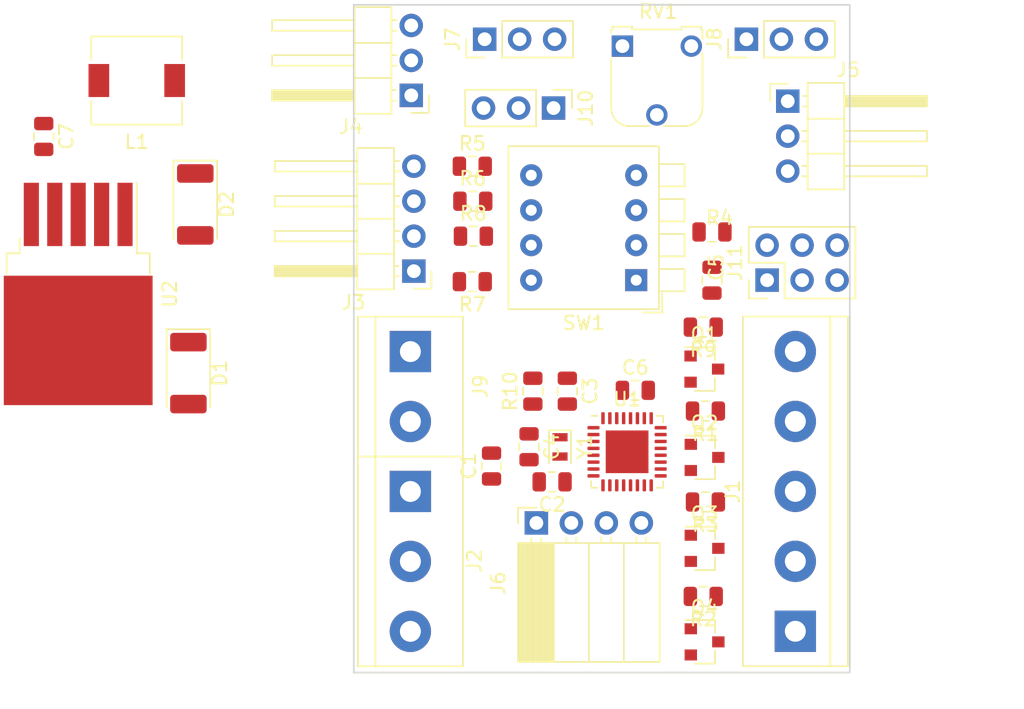
<source format=kicad_pcb>
(kicad_pcb (version 20171130) (host pcbnew "(5.1.6)-1")

  (general
    (thickness 1.6)
    (drawings 6)
    (tracks 0)
    (zones 0)
    (modules 40)
    (nets 48)
  )

  (page A4)
  (layers
    (0 F.Cu signal)
    (31 B.Cu signal)
    (32 B.Adhes user)
    (33 F.Adhes user)
    (34 B.Paste user)
    (35 F.Paste user)
    (36 B.SilkS user)
    (37 F.SilkS user)
    (38 B.Mask user)
    (39 F.Mask user)
    (40 Dwgs.User user)
    (41 Cmts.User user)
    (42 Eco1.User user)
    (43 Eco2.User user)
    (44 Edge.Cuts user)
    (45 Margin user)
    (46 B.CrtYd user)
    (47 F.CrtYd user)
    (48 B.Fab user)
    (49 F.Fab user hide)
  )

  (setup
    (last_trace_width 0.25)
    (trace_clearance 0.2)
    (zone_clearance 0.508)
    (zone_45_only no)
    (trace_min 0.2)
    (via_size 0.8)
    (via_drill 0.4)
    (via_min_size 0.4)
    (via_min_drill 0.3)
    (uvia_size 0.3)
    (uvia_drill 0.1)
    (uvias_allowed no)
    (uvia_min_size 0.2)
    (uvia_min_drill 0.1)
    (edge_width 0.12)
    (segment_width 0.12)
    (pcb_text_width 0.3)
    (pcb_text_size 1.5 1.5)
    (mod_edge_width 0.12)
    (mod_text_size 1 1)
    (mod_text_width 0.15)
    (pad_size 1.524 1.524)
    (pad_drill 0.762)
    (pad_to_mask_clearance 0.05)
    (aux_axis_origin 0 0)
    (visible_elements 7FFFFFFF)
    (pcbplotparams
      (layerselection 0x010fc_ffffffff)
      (usegerberextensions false)
      (usegerberattributes true)
      (usegerberadvancedattributes true)
      (creategerberjobfile true)
      (excludeedgelayer true)
      (linewidth 0.100000)
      (plotframeref false)
      (viasonmask false)
      (mode 1)
      (useauxorigin false)
      (hpglpennumber 1)
      (hpglpenspeed 20)
      (hpglpendiameter 15.000000)
      (psnegative false)
      (psa4output false)
      (plotreference true)
      (plotvalue true)
      (plotinvisibletext false)
      (padsonsilk false)
      (subtractmaskfromsilk false)
      (outputformat 1)
      (mirror false)
      (drillshape 1)
      (scaleselection 1)
      (outputdirectory ""))
  )

  (net 0 "")
  (net 1 /configPin)
  (net 2 GND)
  (net 3 /X1)
  (net 4 /pot)
  (net 5 /X2)
  (net 6 +5V)
  (net 7 +12V)
  (net 8 "Net-(D1-Pad2)")
  (net 9 "Net-(D2-Pad1)")
  (net 10 "Net-(J1-Pad2)")
  (net 11 "Net-(J1-Pad3)")
  (net 12 "Net-(J1-Pad4)")
  (net 13 "Net-(J1-Pad5)")
  (net 14 /Tx)
  (net 15 /direction)
  (net 16 /Rx)
  (net 17 /redButton)
  (net 18 /yellowButton)
  (net 19 /greenButton)
  (net 20 /detectorPin)
  (net 21 /slowSpeed)
  (net 22 /relayPin)
  (net 23 /servoPin)
  (net 24 /preSignal)
  (net 25 "Net-(J10-Pad2)")
  (net 26 /redLed)
  (net 27 /reset)
  (net 28 "Net-(Q1-Pad1)")
  (net 29 "Net-(Q2-Pad1)")
  (net 30 "Net-(Q3-Pad1)")
  (net 31 "Net-(Q4-Pad1)")
  (net 32 /yellowLed2)
  (net 33 /greenLed)
  (net 34 /yellowLed)
  (net 35 /buttonPin)
  (net 36 /dip0)
  (net 37 /dip1)
  (net 38 /dip2)
  (net 39 /dip3)
  (net 40 "Net-(U1-Pad11)")
  (net 41 "Net-(U1-Pad30)")
  (net 42 "Net-(U1-Pad31)")
  (net 43 "Net-(U1-Pad22)")
  (net 44 "Net-(U1-Pad19)")
  (net 45 "Net-(U1-Pad18)")
  (net 46 "Net-(U1-Pad6)")
  (net 47 "Net-(U1-Pad3)")

  (net_class Default "This is the default net class."
    (clearance 0.2)
    (trace_width 0.25)
    (via_dia 0.8)
    (via_drill 0.4)
    (uvia_dia 0.3)
    (uvia_drill 0.1)
    (add_net +12V)
    (add_net +5V)
    (add_net /Rx)
    (add_net /Tx)
    (add_net /X1)
    (add_net /X2)
    (add_net /buttonPin)
    (add_net /configPin)
    (add_net /detectorPin)
    (add_net /dip0)
    (add_net /dip1)
    (add_net /dip2)
    (add_net /dip3)
    (add_net /direction)
    (add_net /greenButton)
    (add_net /greenLed)
    (add_net /pot)
    (add_net /preSignal)
    (add_net /redButton)
    (add_net /redLed)
    (add_net /relayPin)
    (add_net /reset)
    (add_net /servoPin)
    (add_net /slowSpeed)
    (add_net /yellowButton)
    (add_net /yellowLed)
    (add_net /yellowLed2)
    (add_net GND)
    (add_net "Net-(D1-Pad2)")
    (add_net "Net-(D2-Pad1)")
    (add_net "Net-(J1-Pad2)")
    (add_net "Net-(J1-Pad3)")
    (add_net "Net-(J1-Pad4)")
    (add_net "Net-(J1-Pad5)")
    (add_net "Net-(J10-Pad2)")
    (add_net "Net-(Q1-Pad1)")
    (add_net "Net-(Q2-Pad1)")
    (add_net "Net-(Q3-Pad1)")
    (add_net "Net-(Q4-Pad1)")
    (add_net "Net-(U1-Pad11)")
    (add_net "Net-(U1-Pad18)")
    (add_net "Net-(U1-Pad19)")
    (add_net "Net-(U1-Pad22)")
    (add_net "Net-(U1-Pad3)")
    (add_net "Net-(U1-Pad30)")
    (add_net "Net-(U1-Pad31)")
    (add_net "Net-(U1-Pad6)")
  )

  (module Crystal:Crystal_SMD_2012-2Pin_2.0x1.2mm (layer F.Cu) (tedit 5A0FD1B2) (tstamp 60251008)
    (at 128.9685 177.6095 270)
    (descr "SMD Crystal 2012/2 http://txccrystal.com/images/pdf/9ht11.pdf, 2.0x1.2mm^2 package")
    (tags "SMD SMT crystal")
    (path /60375D0E)
    (attr smd)
    (fp_text reference Y1 (at 0 -1.8 90) (layer F.SilkS)
      (effects (font (size 1 1) (thickness 0.15)))
    )
    (fp_text value Crystal (at 0 1.8 90) (layer F.Fab)
      (effects (font (size 1 1) (thickness 0.15)))
    )
    (fp_text user %R (at 0 0 90) (layer F.Fab)
      (effects (font (size 0.5 0.5) (thickness 0.075)))
    )
    (fp_line (start -1 -0.6) (end -1 0.6) (layer F.Fab) (width 0.1))
    (fp_line (start -1 0.6) (end 1 0.6) (layer F.Fab) (width 0.1))
    (fp_line (start 1 0.6) (end 1 -0.6) (layer F.Fab) (width 0.1))
    (fp_line (start 1 -0.6) (end -1 -0.6) (layer F.Fab) (width 0.1))
    (fp_line (start -1 0.1) (end -0.5 0.6) (layer F.Fab) (width 0.1))
    (fp_line (start 1.2 -0.8) (end -1.2 -0.8) (layer F.SilkS) (width 0.12))
    (fp_line (start -1.2 -0.8) (end -1.2 0.8) (layer F.SilkS) (width 0.12))
    (fp_line (start -1.2 0.8) (end 1.2 0.8) (layer F.SilkS) (width 0.12))
    (fp_line (start -1.3 -0.9) (end -1.3 0.9) (layer F.CrtYd) (width 0.05))
    (fp_line (start -1.3 0.9) (end 1.3 0.9) (layer F.CrtYd) (width 0.05))
    (fp_line (start 1.3 0.9) (end 1.3 -0.9) (layer F.CrtYd) (width 0.05))
    (fp_line (start 1.3 -0.9) (end -1.3 -0.9) (layer F.CrtYd) (width 0.05))
    (fp_circle (center 0 0) (end 0.2 0) (layer F.Adhes) (width 0.1))
    (fp_circle (center 0 0) (end 0.166667 0) (layer F.Adhes) (width 0.066667))
    (fp_circle (center 0 0) (end 0.106667 0) (layer F.Adhes) (width 0.066667))
    (fp_circle (center 0 0) (end 0.046667 0) (layer F.Adhes) (width 0.093333))
    (pad 2 smd rect (at 0.7 0 270) (size 0.6 1.1) (layers F.Cu F.Paste F.Mask)
      (net 3 /X1))
    (pad 1 smd rect (at -0.7 0 270) (size 0.6 1.1) (layers F.Cu F.Paste F.Mask)
      (net 5 /X2))
    (model ${KISYS3DMOD}/Crystal.3dshapes/Crystal_SMD_2012-2Pin_2.0x1.2mm.wrl
      (at (xyz 0 0 0))
      (scale (xyz 1 1 1))
      (rotate (xyz 0 0 0))
    )
  )

  (module Package_DFN_QFN:QFN-32-1EP_5x5mm_P0.5mm_EP3.1x3.1mm (layer F.Cu) (tedit 5DC5F6A4) (tstamp 60ECE295)
    (at 133.838 177.966)
    (descr "QFN, 32 Pin (http://ww1.microchip.com/downloads/en/DeviceDoc/8008S.pdf#page=20), generated with kicad-footprint-generator ipc_noLead_generator.py")
    (tags "QFN NoLead")
    (path /60F05002)
    (attr smd)
    (fp_text reference U1 (at 0 -3.82) (layer F.SilkS)
      (effects (font (size 1 1) (thickness 0.15)))
    )
    (fp_text value ATmega328PB-MU (at 0 3.82) (layer F.Fab)
      (effects (font (size 1 1) (thickness 0.15)))
    )
    (fp_text user %R (at 0 0) (layer F.Fab)
      (effects (font (size 1 1) (thickness 0.15)))
    )
    (fp_line (start 2.135 -2.61) (end 2.61 -2.61) (layer F.SilkS) (width 0.12))
    (fp_line (start 2.61 -2.61) (end 2.61 -2.135) (layer F.SilkS) (width 0.12))
    (fp_line (start -2.135 2.61) (end -2.61 2.61) (layer F.SilkS) (width 0.12))
    (fp_line (start -2.61 2.61) (end -2.61 2.135) (layer F.SilkS) (width 0.12))
    (fp_line (start 2.135 2.61) (end 2.61 2.61) (layer F.SilkS) (width 0.12))
    (fp_line (start 2.61 2.61) (end 2.61 2.135) (layer F.SilkS) (width 0.12))
    (fp_line (start -2.135 -2.61) (end -2.61 -2.61) (layer F.SilkS) (width 0.12))
    (fp_line (start -1.5 -2.5) (end 2.5 -2.5) (layer F.Fab) (width 0.1))
    (fp_line (start 2.5 -2.5) (end 2.5 2.5) (layer F.Fab) (width 0.1))
    (fp_line (start 2.5 2.5) (end -2.5 2.5) (layer F.Fab) (width 0.1))
    (fp_line (start -2.5 2.5) (end -2.5 -1.5) (layer F.Fab) (width 0.1))
    (fp_line (start -2.5 -1.5) (end -1.5 -2.5) (layer F.Fab) (width 0.1))
    (fp_line (start -3.12 -3.12) (end -3.12 3.12) (layer F.CrtYd) (width 0.05))
    (fp_line (start -3.12 3.12) (end 3.12 3.12) (layer F.CrtYd) (width 0.05))
    (fp_line (start 3.12 3.12) (end 3.12 -3.12) (layer F.CrtYd) (width 0.05))
    (fp_line (start 3.12 -3.12) (end -3.12 -3.12) (layer F.CrtYd) (width 0.05))
    (pad "" smd roundrect (at 1.03 1.03) (size 0.83 0.83) (layers F.Paste) (roundrect_rratio 0.25))
    (pad "" smd roundrect (at 1.03 0) (size 0.83 0.83) (layers F.Paste) (roundrect_rratio 0.25))
    (pad "" smd roundrect (at 1.03 -1.03) (size 0.83 0.83) (layers F.Paste) (roundrect_rratio 0.25))
    (pad "" smd roundrect (at 0 1.03) (size 0.83 0.83) (layers F.Paste) (roundrect_rratio 0.25))
    (pad "" smd roundrect (at 0 0) (size 0.83 0.83) (layers F.Paste) (roundrect_rratio 0.25))
    (pad "" smd roundrect (at 0 -1.03) (size 0.83 0.83) (layers F.Paste) (roundrect_rratio 0.25))
    (pad "" smd roundrect (at -1.03 1.03) (size 0.83 0.83) (layers F.Paste) (roundrect_rratio 0.25))
    (pad "" smd roundrect (at -1.03 0) (size 0.83 0.83) (layers F.Paste) (roundrect_rratio 0.25))
    (pad "" smd roundrect (at -1.03 -1.03) (size 0.83 0.83) (layers F.Paste) (roundrect_rratio 0.25))
    (pad 33 smd rect (at 0 0) (size 3.1 3.1) (layers F.Cu F.Mask)
      (net 2 GND))
    (pad 32 smd roundrect (at -1.75 -2.4375) (size 0.25 0.875) (layers F.Cu F.Paste F.Mask) (roundrect_rratio 0.25)
      (net 23 /servoPin))
    (pad 31 smd roundrect (at -1.25 -2.4375) (size 0.25 0.875) (layers F.Cu F.Paste F.Mask) (roundrect_rratio 0.25)
      (net 42 "Net-(U1-Pad31)"))
    (pad 30 smd roundrect (at -0.75 -2.4375) (size 0.25 0.875) (layers F.Cu F.Paste F.Mask) (roundrect_rratio 0.25)
      (net 41 "Net-(U1-Pad30)"))
    (pad 29 smd roundrect (at -0.25 -2.4375) (size 0.25 0.875) (layers F.Cu F.Paste F.Mask) (roundrect_rratio 0.25)
      (net 27 /reset))
    (pad 28 smd roundrect (at 0.25 -2.4375) (size 0.25 0.875) (layers F.Cu F.Paste F.Mask) (roundrect_rratio 0.25)
      (net 20 /detectorPin))
    (pad 27 smd roundrect (at 0.75 -2.4375) (size 0.25 0.875) (layers F.Cu F.Paste F.Mask) (roundrect_rratio 0.25)
      (net 35 /buttonPin))
    (pad 26 smd roundrect (at 1.25 -2.4375) (size 0.25 0.875) (layers F.Cu F.Paste F.Mask) (roundrect_rratio 0.25)
      (net 39 /dip3))
    (pad 25 smd roundrect (at 1.75 -2.4375) (size 0.25 0.875) (layers F.Cu F.Paste F.Mask) (roundrect_rratio 0.25)
      (net 38 /dip2))
    (pad 24 smd roundrect (at 2.4375 -1.75) (size 0.875 0.25) (layers F.Cu F.Paste F.Mask) (roundrect_rratio 0.25)
      (net 37 /dip1))
    (pad 23 smd roundrect (at 2.4375 -1.25) (size 0.875 0.25) (layers F.Cu F.Paste F.Mask) (roundrect_rratio 0.25)
      (net 36 /dip0))
    (pad 22 smd roundrect (at 2.4375 -0.75) (size 0.875 0.25) (layers F.Cu F.Paste F.Mask) (roundrect_rratio 0.25)
      (net 43 "Net-(U1-Pad22)"))
    (pad 21 smd roundrect (at 2.4375 -0.25) (size 0.875 0.25) (layers F.Cu F.Paste F.Mask) (roundrect_rratio 0.25)
      (net 2 GND))
    (pad 20 smd roundrect (at 2.4375 0.25) (size 0.875 0.25) (layers F.Cu F.Paste F.Mask) (roundrect_rratio 0.25)
      (net 6 +5V))
    (pad 19 smd roundrect (at 2.4375 0.75) (size 0.875 0.25) (layers F.Cu F.Paste F.Mask) (roundrect_rratio 0.25)
      (net 44 "Net-(U1-Pad19)"))
    (pad 18 smd roundrect (at 2.4375 1.25) (size 0.875 0.25) (layers F.Cu F.Paste F.Mask) (roundrect_rratio 0.25)
      (net 45 "Net-(U1-Pad18)"))
    (pad 17 smd roundrect (at 2.4375 1.75) (size 0.875 0.25) (layers F.Cu F.Paste F.Mask) (roundrect_rratio 0.25)
      (net 21 /slowSpeed))
    (pad 16 smd roundrect (at 1.75 2.4375) (size 0.25 0.875) (layers F.Cu F.Paste F.Mask) (roundrect_rratio 0.25)
      (net 22 /relayPin))
    (pad 15 smd roundrect (at 1.25 2.4375) (size 0.25 0.875) (layers F.Cu F.Paste F.Mask) (roundrect_rratio 0.25)
      (net 26 /redLed))
    (pad 14 smd roundrect (at 0.75 2.4375) (size 0.25 0.875) (layers F.Cu F.Paste F.Mask) (roundrect_rratio 0.25)
      (net 16 /Rx))
    (pad 13 smd roundrect (at 0.25 2.4375) (size 0.25 0.875) (layers F.Cu F.Paste F.Mask) (roundrect_rratio 0.25)
      (net 15 /direction))
    (pad 12 smd roundrect (at -0.25 2.4375) (size 0.25 0.875) (layers F.Cu F.Paste F.Mask) (roundrect_rratio 0.25)
      (net 14 /Tx))
    (pad 11 smd roundrect (at -0.75 2.4375) (size 0.25 0.875) (layers F.Cu F.Paste F.Mask) (roundrect_rratio 0.25)
      (net 40 "Net-(U1-Pad11)"))
    (pad 10 smd roundrect (at -1.25 2.4375) (size 0.25 0.875) (layers F.Cu F.Paste F.Mask) (roundrect_rratio 0.25)
      (net 33 /greenLed))
    (pad 9 smd roundrect (at -1.75 2.4375) (size 0.25 0.875) (layers F.Cu F.Paste F.Mask) (roundrect_rratio 0.25)
      (net 34 /yellowLed))
    (pad 8 smd roundrect (at -2.4375 1.75) (size 0.875 0.25) (layers F.Cu F.Paste F.Mask) (roundrect_rratio 0.25)
      (net 5 /X2))
    (pad 7 smd roundrect (at -2.4375 1.25) (size 0.875 0.25) (layers F.Cu F.Paste F.Mask) (roundrect_rratio 0.25)
      (net 3 /X1))
    (pad 6 smd roundrect (at -2.4375 0.75) (size 0.875 0.25) (layers F.Cu F.Paste F.Mask) (roundrect_rratio 0.25)
      (net 46 "Net-(U1-Pad6)"))
    (pad 5 smd roundrect (at -2.4375 0.25) (size 0.875 0.25) (layers F.Cu F.Paste F.Mask) (roundrect_rratio 0.25)
      (net 2 GND))
    (pad 4 smd roundrect (at -2.4375 -0.25) (size 0.875 0.25) (layers F.Cu F.Paste F.Mask) (roundrect_rratio 0.25)
      (net 6 +5V))
    (pad 3 smd roundrect (at -2.4375 -0.75) (size 0.875 0.25) (layers F.Cu F.Paste F.Mask) (roundrect_rratio 0.25)
      (net 47 "Net-(U1-Pad3)"))
    (pad 2 smd roundrect (at -2.4375 -1.25) (size 0.875 0.25) (layers F.Cu F.Paste F.Mask) (roundrect_rratio 0.25)
      (net 24 /preSignal))
    (pad 1 smd roundrect (at -2.4375 -1.75) (size 0.875 0.25) (layers F.Cu F.Paste F.Mask) (roundrect_rratio 0.25)
      (net 32 /yellowLed2))
    (model ${KISYS3DMOD}/Package_DFN_QFN.3dshapes/QFN-32-1EP_5x5mm_P0.5mm_EP3.1x3.1mm.wrl
      (at (xyz 0 0 0))
      (scale (xyz 1 1 1))
      (rotate (xyz 0 0 0))
    )
  )

  (module Resistor_SMD:R_0805_2012Metric (layer F.Cu) (tedit 5B36C52B) (tstamp 60250F13)
    (at 139.3675 168.91 180)
    (descr "Resistor SMD 0805 (2012 Metric), square (rectangular) end terminal, IPC_7351 nominal, (Body size source: https://docs.google.com/spreadsheets/d/1BsfQQcO9C6DZCsRaXUlFlo91Tg2WpOkGARC1WS5S8t0/edit?usp=sharing), generated with kicad-footprint-generator")
    (tags resistor)
    (path /60326844)
    (attr smd)
    (fp_text reference R9 (at 0 -1.65) (layer F.SilkS)
      (effects (font (size 1 1) (thickness 0.15)))
    )
    (fp_text value 1k (at 0 1.65) (layer F.Fab)
      (effects (font (size 1 1) (thickness 0.15)))
    )
    (fp_line (start 1.68 0.95) (end -1.68 0.95) (layer F.CrtYd) (width 0.05))
    (fp_line (start 1.68 -0.95) (end 1.68 0.95) (layer F.CrtYd) (width 0.05))
    (fp_line (start -1.68 -0.95) (end 1.68 -0.95) (layer F.CrtYd) (width 0.05))
    (fp_line (start -1.68 0.95) (end -1.68 -0.95) (layer F.CrtYd) (width 0.05))
    (fp_line (start -0.258578 0.71) (end 0.258578 0.71) (layer F.SilkS) (width 0.12))
    (fp_line (start -0.258578 -0.71) (end 0.258578 -0.71) (layer F.SilkS) (width 0.12))
    (fp_line (start 1 0.6) (end -1 0.6) (layer F.Fab) (width 0.1))
    (fp_line (start 1 -0.6) (end 1 0.6) (layer F.Fab) (width 0.1))
    (fp_line (start -1 -0.6) (end 1 -0.6) (layer F.Fab) (width 0.1))
    (fp_line (start -1 0.6) (end -1 -0.6) (layer F.Fab) (width 0.1))
    (fp_text user %R (at 0 0) (layer F.Fab)
      (effects (font (size 0.5 0.5) (thickness 0.08)))
    )
    (pad 2 smd roundrect (at 0.9375 0 180) (size 0.975 1.4) (layers F.Cu F.Paste F.Mask) (roundrect_rratio 0.25)
      (net 28 "Net-(Q1-Pad1)"))
    (pad 1 smd roundrect (at -0.9375 0 180) (size 0.975 1.4) (layers F.Cu F.Paste F.Mask) (roundrect_rratio 0.25)
      (net 26 /redLed))
    (model ${KISYS3DMOD}/Resistor_SMD.3dshapes/R_0805_2012Metric.wrl
      (at (xyz 0 0 0))
      (scale (xyz 1 1 1))
      (rotate (xyz 0 0 0))
    )
  )

  (module Resistor_SMD:R_0805_2012Metric (layer F.Cu) (tedit 5B36C52B) (tstamp 60250EFC)
    (at 122.682 162.306)
    (descr "Resistor SMD 0805 (2012 Metric), square (rectangular) end terminal, IPC_7351 nominal, (Body size source: https://docs.google.com/spreadsheets/d/1BsfQQcO9C6DZCsRaXUlFlo91Tg2WpOkGARC1WS5S8t0/edit?usp=sharing), generated with kicad-footprint-generator")
    (tags resistor)
    (path /6028464F)
    (attr smd)
    (fp_text reference R8 (at 0 -1.65) (layer F.SilkS)
      (effects (font (size 1 1) (thickness 0.15)))
    )
    (fp_text value 1k (at 0 1.65) (layer F.Fab)
      (effects (font (size 1 1) (thickness 0.15)))
    )
    (fp_line (start 1.68 0.95) (end -1.68 0.95) (layer F.CrtYd) (width 0.05))
    (fp_line (start 1.68 -0.95) (end 1.68 0.95) (layer F.CrtYd) (width 0.05))
    (fp_line (start -1.68 -0.95) (end 1.68 -0.95) (layer F.CrtYd) (width 0.05))
    (fp_line (start -1.68 0.95) (end -1.68 -0.95) (layer F.CrtYd) (width 0.05))
    (fp_line (start -0.258578 0.71) (end 0.258578 0.71) (layer F.SilkS) (width 0.12))
    (fp_line (start -0.258578 -0.71) (end 0.258578 -0.71) (layer F.SilkS) (width 0.12))
    (fp_line (start 1 0.6) (end -1 0.6) (layer F.Fab) (width 0.1))
    (fp_line (start 1 -0.6) (end 1 0.6) (layer F.Fab) (width 0.1))
    (fp_line (start -1 -0.6) (end 1 -0.6) (layer F.Fab) (width 0.1))
    (fp_line (start -1 0.6) (end -1 -0.6) (layer F.Fab) (width 0.1))
    (fp_text user %R (at 0 0) (layer F.Fab)
      (effects (font (size 0.5 0.5) (thickness 0.08)))
    )
    (pad 2 smd roundrect (at 0.9375 0) (size 0.975 1.4) (layers F.Cu F.Paste F.Mask) (roundrect_rratio 0.25)
      (net 35 /buttonPin))
    (pad 1 smd roundrect (at -0.9375 0) (size 0.975 1.4) (layers F.Cu F.Paste F.Mask) (roundrect_rratio 0.25)
      (net 17 /redButton))
    (model ${KISYS3DMOD}/Resistor_SMD.3dshapes/R_0805_2012Metric.wrl
      (at (xyz 0 0 0))
      (scale (xyz 1 1 1))
      (rotate (xyz 0 0 0))
    )
  )

  (module Resistor_SMD:R_0805_2012Metric (layer F.Cu) (tedit 5B36C52B) (tstamp 60250EE5)
    (at 122.6035 165.608 180)
    (descr "Resistor SMD 0805 (2012 Metric), square (rectangular) end terminal, IPC_7351 nominal, (Body size source: https://docs.google.com/spreadsheets/d/1BsfQQcO9C6DZCsRaXUlFlo91Tg2WpOkGARC1WS5S8t0/edit?usp=sharing), generated with kicad-footprint-generator")
    (tags resistor)
    (path /602B4087)
    (attr smd)
    (fp_text reference R7 (at 0 -1.65) (layer F.SilkS)
      (effects (font (size 1 1) (thickness 0.15)))
    )
    (fp_text value 10k (at 0 1.65) (layer F.Fab)
      (effects (font (size 1 1) (thickness 0.15)))
    )
    (fp_line (start 1.68 0.95) (end -1.68 0.95) (layer F.CrtYd) (width 0.05))
    (fp_line (start 1.68 -0.95) (end 1.68 0.95) (layer F.CrtYd) (width 0.05))
    (fp_line (start -1.68 -0.95) (end 1.68 -0.95) (layer F.CrtYd) (width 0.05))
    (fp_line (start -1.68 0.95) (end -1.68 -0.95) (layer F.CrtYd) (width 0.05))
    (fp_line (start -0.258578 0.71) (end 0.258578 0.71) (layer F.SilkS) (width 0.12))
    (fp_line (start -0.258578 -0.71) (end 0.258578 -0.71) (layer F.SilkS) (width 0.12))
    (fp_line (start 1 0.6) (end -1 0.6) (layer F.Fab) (width 0.1))
    (fp_line (start 1 -0.6) (end 1 0.6) (layer F.Fab) (width 0.1))
    (fp_line (start -1 -0.6) (end 1 -0.6) (layer F.Fab) (width 0.1))
    (fp_line (start -1 0.6) (end -1 -0.6) (layer F.Fab) (width 0.1))
    (fp_text user %R (at -0.556001 0.138999) (layer F.Fab)
      (effects (font (size 0.5 0.5) (thickness 0.08)))
    )
    (pad 2 smd roundrect (at 0.9375 0 180) (size 0.975 1.4) (layers F.Cu F.Paste F.Mask) (roundrect_rratio 0.25)
      (net 35 /buttonPin))
    (pad 1 smd roundrect (at -0.9375 0 180) (size 0.975 1.4) (layers F.Cu F.Paste F.Mask) (roundrect_rratio 0.25)
      (net 6 +5V))
    (model ${KISYS3DMOD}/Resistor_SMD.3dshapes/R_0805_2012Metric.wrl
      (at (xyz 0 0 0))
      (scale (xyz 1 1 1))
      (rotate (xyz 0 0 0))
    )
  )

  (module Resistor_SMD:R_0805_2012Metric (layer F.Cu) (tedit 5B36C52B) (tstamp 60250ECE)
    (at 122.642001 159.766)
    (descr "Resistor SMD 0805 (2012 Metric), square (rectangular) end terminal, IPC_7351 nominal, (Body size source: https://docs.google.com/spreadsheets/d/1BsfQQcO9C6DZCsRaXUlFlo91Tg2WpOkGARC1WS5S8t0/edit?usp=sharing), generated with kicad-footprint-generator")
    (tags resistor)
    (path /60280C39)
    (attr smd)
    (fp_text reference R6 (at 0 -1.65) (layer F.SilkS)
      (effects (font (size 1 1) (thickness 0.15)))
    )
    (fp_text value 10k (at 0 1.65) (layer F.Fab)
      (effects (font (size 1 1) (thickness 0.15)))
    )
    (fp_line (start 1.68 0.95) (end -1.68 0.95) (layer F.CrtYd) (width 0.05))
    (fp_line (start 1.68 -0.95) (end 1.68 0.95) (layer F.CrtYd) (width 0.05))
    (fp_line (start -1.68 -0.95) (end 1.68 -0.95) (layer F.CrtYd) (width 0.05))
    (fp_line (start -1.68 0.95) (end -1.68 -0.95) (layer F.CrtYd) (width 0.05))
    (fp_line (start -0.258578 0.71) (end 0.258578 0.71) (layer F.SilkS) (width 0.12))
    (fp_line (start -0.258578 -0.71) (end 0.258578 -0.71) (layer F.SilkS) (width 0.12))
    (fp_line (start 1 0.6) (end -1 0.6) (layer F.Fab) (width 0.1))
    (fp_line (start 1 -0.6) (end 1 0.6) (layer F.Fab) (width 0.1))
    (fp_line (start -1 -0.6) (end 1 -0.6) (layer F.Fab) (width 0.1))
    (fp_line (start -1 0.6) (end -1 -0.6) (layer F.Fab) (width 0.1))
    (fp_text user %R (at 0 -0.275001) (layer F.Fab)
      (effects (font (size 0.5 0.5) (thickness 0.08)))
    )
    (pad 2 smd roundrect (at 0.9375 0) (size 0.975 1.4) (layers F.Cu F.Paste F.Mask) (roundrect_rratio 0.25)
      (net 35 /buttonPin))
    (pad 1 smd roundrect (at -0.9375 0) (size 0.975 1.4) (layers F.Cu F.Paste F.Mask) (roundrect_rratio 0.25)
      (net 18 /yellowButton))
    (model ${KISYS3DMOD}/Resistor_SMD.3dshapes/R_0805_2012Metric.wrl
      (at (xyz 0 0 0))
      (scale (xyz 1 1 1))
      (rotate (xyz 0 0 0))
    )
  )

  (module Resistor_SMD:R_0805_2012Metric (layer F.Cu) (tedit 5B36C52B) (tstamp 60250EB7)
    (at 122.6035 157.226)
    (descr "Resistor SMD 0805 (2012 Metric), square (rectangular) end terminal, IPC_7351 nominal, (Body size source: https://docs.google.com/spreadsheets/d/1BsfQQcO9C6DZCsRaXUlFlo91Tg2WpOkGARC1WS5S8t0/edit?usp=sharing), generated with kicad-footprint-generator")
    (tags resistor)
    (path /60279B88)
    (attr smd)
    (fp_text reference R5 (at 0 -1.65) (layer F.SilkS)
      (effects (font (size 1 1) (thickness 0.15)))
    )
    (fp_text value 20k (at 0 1.65) (layer F.Fab)
      (effects (font (size 1 1) (thickness 0.15)))
    )
    (fp_line (start 1.68 0.95) (end -1.68 0.95) (layer F.CrtYd) (width 0.05))
    (fp_line (start 1.68 -0.95) (end 1.68 0.95) (layer F.CrtYd) (width 0.05))
    (fp_line (start -1.68 -0.95) (end 1.68 -0.95) (layer F.CrtYd) (width 0.05))
    (fp_line (start -1.68 0.95) (end -1.68 -0.95) (layer F.CrtYd) (width 0.05))
    (fp_line (start -0.258578 0.71) (end 0.258578 0.71) (layer F.SilkS) (width 0.12))
    (fp_line (start -0.258578 -0.71) (end 0.258578 -0.71) (layer F.SilkS) (width 0.12))
    (fp_line (start 1 0.6) (end -1 0.6) (layer F.Fab) (width 0.1))
    (fp_line (start 1 -0.6) (end 1 0.6) (layer F.Fab) (width 0.1))
    (fp_line (start -1 -0.6) (end 1 -0.6) (layer F.Fab) (width 0.1))
    (fp_line (start -1 0.6) (end -1 -0.6) (layer F.Fab) (width 0.1))
    (fp_text user %R (at 0 0) (layer F.Fab)
      (effects (font (size 0.5 0.5) (thickness 0.08)))
    )
    (pad 2 smd roundrect (at 0.9375 0) (size 0.975 1.4) (layers F.Cu F.Paste F.Mask) (roundrect_rratio 0.25)
      (net 35 /buttonPin))
    (pad 1 smd roundrect (at -0.9375 0) (size 0.975 1.4) (layers F.Cu F.Paste F.Mask) (roundrect_rratio 0.25)
      (net 19 /greenButton))
    (model ${KISYS3DMOD}/Resistor_SMD.3dshapes/R_0805_2012Metric.wrl
      (at (xyz 0 0 0))
      (scale (xyz 1 1 1))
      (rotate (xyz 0 0 0))
    )
  )

  (module Resistor_SMD:R_0805_2012Metric (layer F.Cu) (tedit 5B36C52B) (tstamp 60250EA0)
    (at 140 162)
    (descr "Resistor SMD 0805 (2012 Metric), square (rectangular) end terminal, IPC_7351 nominal, (Body size source: https://docs.google.com/spreadsheets/d/1BsfQQcO9C6DZCsRaXUlFlo91Tg2WpOkGARC1WS5S8t0/edit?usp=sharing), generated with kicad-footprint-generator")
    (tags resistor)
    (path /5F6055E7)
    (attr smd)
    (fp_text reference R4 (at 0.554 -1.028) (layer F.SilkS)
      (effects (font (size 1 1) (thickness 0.15)))
    )
    (fp_text value 100k (at 0 1.65) (layer F.Fab)
      (effects (font (size 1 1) (thickness 0.15)))
    )
    (fp_line (start 1.68 0.95) (end -1.68 0.95) (layer F.CrtYd) (width 0.05))
    (fp_line (start 1.68 -0.95) (end 1.68 0.95) (layer F.CrtYd) (width 0.05))
    (fp_line (start -1.68 -0.95) (end 1.68 -0.95) (layer F.CrtYd) (width 0.05))
    (fp_line (start -1.68 0.95) (end -1.68 -0.95) (layer F.CrtYd) (width 0.05))
    (fp_line (start -0.258578 0.71) (end 0.258578 0.71) (layer F.SilkS) (width 0.12))
    (fp_line (start -0.258578 -0.71) (end 0.258578 -0.71) (layer F.SilkS) (width 0.12))
    (fp_line (start 1 0.6) (end -1 0.6) (layer F.Fab) (width 0.1))
    (fp_line (start 1 -0.6) (end 1 0.6) (layer F.Fab) (width 0.1))
    (fp_line (start -1 -0.6) (end 1 -0.6) (layer F.Fab) (width 0.1))
    (fp_line (start -1 0.6) (end -1 -0.6) (layer F.Fab) (width 0.1))
    (fp_text user %R (at 0 0) (layer F.Fab)
      (effects (font (size 0.5 0.5) (thickness 0.08)))
    )
    (pad 2 smd roundrect (at 0.9375 0) (size 0.975 1.4) (layers F.Cu F.Paste F.Mask) (roundrect_rratio 0.25)
      (net 20 /detectorPin))
    (pad 1 smd roundrect (at -0.9375 0) (size 0.975 1.4) (layers F.Cu F.Paste F.Mask) (roundrect_rratio 0.25)
      (net 25 "Net-(J10-Pad2)"))
    (model ${KISYS3DMOD}/Resistor_SMD.3dshapes/R_0805_2012Metric.wrl
      (at (xyz 0 0 0))
      (scale (xyz 1 1 1))
      (rotate (xyz 0 0 0))
    )
  )

  (module Resistor_SMD:R_0805_2012Metric (layer F.Cu) (tedit 5B36C52B) (tstamp 60250E89)
    (at 139.5245 181.61 180)
    (descr "Resistor SMD 0805 (2012 Metric), square (rectangular) end terminal, IPC_7351 nominal, (Body size source: https://docs.google.com/spreadsheets/d/1BsfQQcO9C6DZCsRaXUlFlo91Tg2WpOkGARC1WS5S8t0/edit?usp=sharing), generated with kicad-footprint-generator")
    (tags resistor)
    (path /5F324579)
    (attr smd)
    (fp_text reference R3 (at 0 -1.65) (layer F.SilkS)
      (effects (font (size 1 1) (thickness 0.15)))
    )
    (fp_text value 1k (at 0 1.65) (layer F.Fab)
      (effects (font (size 1 1) (thickness 0.15)))
    )
    (fp_line (start 1.68 0.95) (end -1.68 0.95) (layer F.CrtYd) (width 0.05))
    (fp_line (start 1.68 -0.95) (end 1.68 0.95) (layer F.CrtYd) (width 0.05))
    (fp_line (start -1.68 -0.95) (end 1.68 -0.95) (layer F.CrtYd) (width 0.05))
    (fp_line (start -1.68 0.95) (end -1.68 -0.95) (layer F.CrtYd) (width 0.05))
    (fp_line (start -0.258578 0.71) (end 0.258578 0.71) (layer F.SilkS) (width 0.12))
    (fp_line (start -0.258578 -0.71) (end 0.258578 -0.71) (layer F.SilkS) (width 0.12))
    (fp_line (start 1 0.6) (end -1 0.6) (layer F.Fab) (width 0.1))
    (fp_line (start 1 -0.6) (end 1 0.6) (layer F.Fab) (width 0.1))
    (fp_line (start -1 -0.6) (end 1 -0.6) (layer F.Fab) (width 0.1))
    (fp_line (start -1 0.6) (end -1 -0.6) (layer F.Fab) (width 0.1))
    (fp_text user %R (at 0 0) (layer F.Fab)
      (effects (font (size 0.5 0.5) (thickness 0.08)))
    )
    (pad 2 smd roundrect (at 0.9375 0 180) (size 0.975 1.4) (layers F.Cu F.Paste F.Mask) (roundrect_rratio 0.25)
      (net 30 "Net-(Q3-Pad1)"))
    (pad 1 smd roundrect (at -0.9375 0 180) (size 0.975 1.4) (layers F.Cu F.Paste F.Mask) (roundrect_rratio 0.25)
      (net 34 /yellowLed))
    (model ${KISYS3DMOD}/Resistor_SMD.3dshapes/R_0805_2012Metric.wrl
      (at (xyz 0 0 0))
      (scale (xyz 1 1 1))
      (rotate (xyz 0 0 0))
    )
  )

  (module Resistor_SMD:R_0805_2012Metric (layer F.Cu) (tedit 5B36C52B) (tstamp 60250E72)
    (at 139.3675 188.468 180)
    (descr "Resistor SMD 0805 (2012 Metric), square (rectangular) end terminal, IPC_7351 nominal, (Body size source: https://docs.google.com/spreadsheets/d/1BsfQQcO9C6DZCsRaXUlFlo91Tg2WpOkGARC1WS5S8t0/edit?usp=sharing), generated with kicad-footprint-generator")
    (tags resistor)
    (path /5F324D3E)
    (attr smd)
    (fp_text reference R2 (at 0 -1.65) (layer F.SilkS)
      (effects (font (size 1 1) (thickness 0.15)))
    )
    (fp_text value 1k (at 0 1.65) (layer F.Fab)
      (effects (font (size 1 1) (thickness 0.15)))
    )
    (fp_line (start 1.68 0.95) (end -1.68 0.95) (layer F.CrtYd) (width 0.05))
    (fp_line (start 1.68 -0.95) (end 1.68 0.95) (layer F.CrtYd) (width 0.05))
    (fp_line (start -1.68 -0.95) (end 1.68 -0.95) (layer F.CrtYd) (width 0.05))
    (fp_line (start -1.68 0.95) (end -1.68 -0.95) (layer F.CrtYd) (width 0.05))
    (fp_line (start -0.258578 0.71) (end 0.258578 0.71) (layer F.SilkS) (width 0.12))
    (fp_line (start -0.258578 -0.71) (end 0.258578 -0.71) (layer F.SilkS) (width 0.12))
    (fp_line (start 1 0.6) (end -1 0.6) (layer F.Fab) (width 0.1))
    (fp_line (start 1 -0.6) (end 1 0.6) (layer F.Fab) (width 0.1))
    (fp_line (start -1 -0.6) (end 1 -0.6) (layer F.Fab) (width 0.1))
    (fp_line (start -1 0.6) (end -1 -0.6) (layer F.Fab) (width 0.1))
    (fp_text user %R (at 0 0) (layer F.Fab)
      (effects (font (size 0.5 0.5) (thickness 0.08)))
    )
    (pad 2 smd roundrect (at 0.9375 0 180) (size 0.975 1.4) (layers F.Cu F.Paste F.Mask) (roundrect_rratio 0.25)
      (net 31 "Net-(Q4-Pad1)"))
    (pad 1 smd roundrect (at -0.9375 0 180) (size 0.975 1.4) (layers F.Cu F.Paste F.Mask) (roundrect_rratio 0.25)
      (net 33 /greenLed))
    (model ${KISYS3DMOD}/Resistor_SMD.3dshapes/R_0805_2012Metric.wrl
      (at (xyz 0 0 0))
      (scale (xyz 1 1 1))
      (rotate (xyz 0 0 0))
    )
  )

  (module Resistor_SMD:R_0805_2012Metric (layer F.Cu) (tedit 5B36C52B) (tstamp 60250E5B)
    (at 139.5245 175.006 180)
    (descr "Resistor SMD 0805 (2012 Metric), square (rectangular) end terminal, IPC_7351 nominal, (Body size source: https://docs.google.com/spreadsheets/d/1BsfQQcO9C6DZCsRaXUlFlo91Tg2WpOkGARC1WS5S8t0/edit?usp=sharing), generated with kicad-footprint-generator")
    (tags resistor)
    (path /5F323A40)
    (attr smd)
    (fp_text reference R1 (at 0 -1.65) (layer F.SilkS)
      (effects (font (size 1 1) (thickness 0.15)))
    )
    (fp_text value 1k (at 0 1.65) (layer F.Fab)
      (effects (font (size 1 1) (thickness 0.15)))
    )
    (fp_line (start 1.68 0.95) (end -1.68 0.95) (layer F.CrtYd) (width 0.05))
    (fp_line (start 1.68 -0.95) (end 1.68 0.95) (layer F.CrtYd) (width 0.05))
    (fp_line (start -1.68 -0.95) (end 1.68 -0.95) (layer F.CrtYd) (width 0.05))
    (fp_line (start -1.68 0.95) (end -1.68 -0.95) (layer F.CrtYd) (width 0.05))
    (fp_line (start -0.258578 0.71) (end 0.258578 0.71) (layer F.SilkS) (width 0.12))
    (fp_line (start -0.258578 -0.71) (end 0.258578 -0.71) (layer F.SilkS) (width 0.12))
    (fp_line (start 1 0.6) (end -1 0.6) (layer F.Fab) (width 0.1))
    (fp_line (start 1 -0.6) (end 1 0.6) (layer F.Fab) (width 0.1))
    (fp_line (start -1 -0.6) (end 1 -0.6) (layer F.Fab) (width 0.1))
    (fp_line (start -1 0.6) (end -1 -0.6) (layer F.Fab) (width 0.1))
    (fp_text user %R (at 0 0) (layer F.Fab)
      (effects (font (size 0.5 0.5) (thickness 0.08)))
    )
    (pad 2 smd roundrect (at 0.9375 0 180) (size 0.975 1.4) (layers F.Cu F.Paste F.Mask) (roundrect_rratio 0.25)
      (net 29 "Net-(Q2-Pad1)"))
    (pad 1 smd roundrect (at -0.9375 0 180) (size 0.975 1.4) (layers F.Cu F.Paste F.Mask) (roundrect_rratio 0.25)
      (net 32 /yellowLed2))
    (model ${KISYS3DMOD}/Resistor_SMD.3dshapes/R_0805_2012Metric.wrl
      (at (xyz 0 0 0))
      (scale (xyz 1 1 1))
      (rotate (xyz 0 0 0))
    )
  )

  (module Capacitor_SMD:C_0805_2012Metric (layer F.Cu) (tedit 5B36C52B) (tstamp 60250B96)
    (at 124 179 90)
    (descr "Capacitor SMD 0805 (2012 Metric), square (rectangular) end terminal, IPC_7351 nominal, (Body size source: https://docs.google.com/spreadsheets/d/1BsfQQcO9C6DZCsRaXUlFlo91Tg2WpOkGARC1WS5S8t0/edit?usp=sharing), generated with kicad-footprint-generator")
    (tags capacitor)
    (path /603095E1)
    (attr smd)
    (fp_text reference C1 (at 0 -1.65 90) (layer F.SilkS)
      (effects (font (size 1 1) (thickness 0.15)))
    )
    (fp_text value C (at 0 1.65 90) (layer F.Fab)
      (effects (font (size 1 1) (thickness 0.15)))
    )
    (fp_line (start 1.68 0.95) (end -1.68 0.95) (layer F.CrtYd) (width 0.05))
    (fp_line (start 1.68 -0.95) (end 1.68 0.95) (layer F.CrtYd) (width 0.05))
    (fp_line (start -1.68 -0.95) (end 1.68 -0.95) (layer F.CrtYd) (width 0.05))
    (fp_line (start -1.68 0.95) (end -1.68 -0.95) (layer F.CrtYd) (width 0.05))
    (fp_line (start -0.258578 0.71) (end 0.258578 0.71) (layer F.SilkS) (width 0.12))
    (fp_line (start -0.258578 -0.71) (end 0.258578 -0.71) (layer F.SilkS) (width 0.12))
    (fp_line (start 1 0.6) (end -1 0.6) (layer F.Fab) (width 0.1))
    (fp_line (start 1 -0.6) (end 1 0.6) (layer F.Fab) (width 0.1))
    (fp_line (start -1 -0.6) (end 1 -0.6) (layer F.Fab) (width 0.1))
    (fp_line (start -1 0.6) (end -1 -0.6) (layer F.Fab) (width 0.1))
    (fp_text user %R (at 0 0 90) (layer F.Fab)
      (effects (font (size 0.5 0.5) (thickness 0.08)))
    )
    (pad 2 smd roundrect (at 0.9375 0 90) (size 0.975 1.4) (layers F.Cu F.Paste F.Mask) (roundrect_rratio 0.25)
      (net 1 /configPin))
    (pad 1 smd roundrect (at -0.9375 0 90) (size 0.975 1.4) (layers F.Cu F.Paste F.Mask) (roundrect_rratio 0.25)
      (net 2 GND))
    (model ${KISYS3DMOD}/Capacitor_SMD.3dshapes/C_0805_2012Metric.wrl
      (at (xyz 0 0 0))
      (scale (xyz 1 1 1))
      (rotate (xyz 0 0 0))
    )
  )

  (module Capacitor_SMD:C_0805_2012Metric (layer F.Cu) (tedit 5B36C52B) (tstamp 60250BA7)
    (at 128.397 180.1495 180)
    (descr "Capacitor SMD 0805 (2012 Metric), square (rectangular) end terminal, IPC_7351 nominal, (Body size source: https://docs.google.com/spreadsheets/d/1BsfQQcO9C6DZCsRaXUlFlo91Tg2WpOkGARC1WS5S8t0/edit?usp=sharing), generated with kicad-footprint-generator")
    (tags capacitor)
    (path /604FD11B)
    (attr smd)
    (fp_text reference C2 (at 0 -1.65) (layer F.SilkS)
      (effects (font (size 1 1) (thickness 0.15)))
    )
    (fp_text value 22nF (at 0 1.65) (layer F.Fab)
      (effects (font (size 1 1) (thickness 0.15)))
    )
    (fp_line (start -1 0.6) (end -1 -0.6) (layer F.Fab) (width 0.1))
    (fp_line (start -1 -0.6) (end 1 -0.6) (layer F.Fab) (width 0.1))
    (fp_line (start 1 -0.6) (end 1 0.6) (layer F.Fab) (width 0.1))
    (fp_line (start 1 0.6) (end -1 0.6) (layer F.Fab) (width 0.1))
    (fp_line (start -0.258578 -0.71) (end 0.258578 -0.71) (layer F.SilkS) (width 0.12))
    (fp_line (start -0.258578 0.71) (end 0.258578 0.71) (layer F.SilkS) (width 0.12))
    (fp_line (start -1.68 0.95) (end -1.68 -0.95) (layer F.CrtYd) (width 0.05))
    (fp_line (start -1.68 -0.95) (end 1.68 -0.95) (layer F.CrtYd) (width 0.05))
    (fp_line (start 1.68 -0.95) (end 1.68 0.95) (layer F.CrtYd) (width 0.05))
    (fp_line (start 1.68 0.95) (end -1.68 0.95) (layer F.CrtYd) (width 0.05))
    (fp_text user %R (at 0 0) (layer F.Fab)
      (effects (font (size 0.5 0.5) (thickness 0.08)))
    )
    (pad 1 smd roundrect (at -0.9375 0 180) (size 0.975 1.4) (layers F.Cu F.Paste F.Mask) (roundrect_rratio 0.25)
      (net 3 /X1))
    (pad 2 smd roundrect (at 0.9375 0 180) (size 0.975 1.4) (layers F.Cu F.Paste F.Mask) (roundrect_rratio 0.25)
      (net 2 GND))
    (model ${KISYS3DMOD}/Capacitor_SMD.3dshapes/C_0805_2012Metric.wrl
      (at (xyz 0 0 0))
      (scale (xyz 1 1 1))
      (rotate (xyz 0 0 0))
    )
  )

  (module Capacitor_SMD:C_0805_2012Metric (layer F.Cu) (tedit 5B36C52B) (tstamp 60250BB8)
    (at 129.5 173.5625 270)
    (descr "Capacitor SMD 0805 (2012 Metric), square (rectangular) end terminal, IPC_7351 nominal, (Body size source: https://docs.google.com/spreadsheets/d/1BsfQQcO9C6DZCsRaXUlFlo91Tg2WpOkGARC1WS5S8t0/edit?usp=sharing), generated with kicad-footprint-generator")
    (tags capacitor)
    (path /602FDFE2)
    (attr smd)
    (fp_text reference C3 (at 0 -1.65 90) (layer F.SilkS)
      (effects (font (size 1 1) (thickness 0.15)))
    )
    (fp_text value C (at 0 1.65 90) (layer F.Fab)
      (effects (font (size 1 1) (thickness 0.15)))
    )
    (fp_line (start -1 0.6) (end -1 -0.6) (layer F.Fab) (width 0.1))
    (fp_line (start -1 -0.6) (end 1 -0.6) (layer F.Fab) (width 0.1))
    (fp_line (start 1 -0.6) (end 1 0.6) (layer F.Fab) (width 0.1))
    (fp_line (start 1 0.6) (end -1 0.6) (layer F.Fab) (width 0.1))
    (fp_line (start -0.258578 -0.71) (end 0.258578 -0.71) (layer F.SilkS) (width 0.12))
    (fp_line (start -0.258578 0.71) (end 0.258578 0.71) (layer F.SilkS) (width 0.12))
    (fp_line (start -1.68 0.95) (end -1.68 -0.95) (layer F.CrtYd) (width 0.05))
    (fp_line (start -1.68 -0.95) (end 1.68 -0.95) (layer F.CrtYd) (width 0.05))
    (fp_line (start 1.68 -0.95) (end 1.68 0.95) (layer F.CrtYd) (width 0.05))
    (fp_line (start 1.68 0.95) (end -1.68 0.95) (layer F.CrtYd) (width 0.05))
    (fp_text user %R (at 0 0 90) (layer F.Fab)
      (effects (font (size 0.5 0.5) (thickness 0.08)))
    )
    (pad 1 smd roundrect (at -0.9375 0 270) (size 0.975 1.4) (layers F.Cu F.Paste F.Mask) (roundrect_rratio 0.25)
      (net 2 GND))
    (pad 2 smd roundrect (at 0.9375 0 270) (size 0.975 1.4) (layers F.Cu F.Paste F.Mask) (roundrect_rratio 0.25)
      (net 4 /pot))
    (model ${KISYS3DMOD}/Capacitor_SMD.3dshapes/C_0805_2012Metric.wrl
      (at (xyz 0 0 0))
      (scale (xyz 1 1 1))
      (rotate (xyz 0 0 0))
    )
  )

  (module Capacitor_SMD:C_0805_2012Metric (layer F.Cu) (tedit 5B36C52B) (tstamp 60250BC9)
    (at 126.7225 177.602 270)
    (descr "Capacitor SMD 0805 (2012 Metric), square (rectangular) end terminal, IPC_7351 nominal, (Body size source: https://docs.google.com/spreadsheets/d/1BsfQQcO9C6DZCsRaXUlFlo91Tg2WpOkGARC1WS5S8t0/edit?usp=sharing), generated with kicad-footprint-generator")
    (tags capacitor)
    (path /604FD63B)
    (attr smd)
    (fp_text reference C4 (at 0 -1.65 90) (layer F.SilkS)
      (effects (font (size 1 1) (thickness 0.15)))
    )
    (fp_text value 22nF (at 0 1.65 90) (layer F.Fab)
      (effects (font (size 1 1) (thickness 0.15)))
    )
    (fp_line (start 1.68 0.95) (end -1.68 0.95) (layer F.CrtYd) (width 0.05))
    (fp_line (start 1.68 -0.95) (end 1.68 0.95) (layer F.CrtYd) (width 0.05))
    (fp_line (start -1.68 -0.95) (end 1.68 -0.95) (layer F.CrtYd) (width 0.05))
    (fp_line (start -1.68 0.95) (end -1.68 -0.95) (layer F.CrtYd) (width 0.05))
    (fp_line (start -0.258578 0.71) (end 0.258578 0.71) (layer F.SilkS) (width 0.12))
    (fp_line (start -0.258578 -0.71) (end 0.258578 -0.71) (layer F.SilkS) (width 0.12))
    (fp_line (start 1 0.6) (end -1 0.6) (layer F.Fab) (width 0.1))
    (fp_line (start 1 -0.6) (end 1 0.6) (layer F.Fab) (width 0.1))
    (fp_line (start -1 -0.6) (end 1 -0.6) (layer F.Fab) (width 0.1))
    (fp_line (start -1 0.6) (end -1 -0.6) (layer F.Fab) (width 0.1))
    (fp_text user %R (at 0 0 90) (layer F.Fab)
      (effects (font (size 0.5 0.5) (thickness 0.08)))
    )
    (pad 2 smd roundrect (at 0.9375 0 270) (size 0.975 1.4) (layers F.Cu F.Paste F.Mask) (roundrect_rratio 0.25)
      (net 2 GND))
    (pad 1 smd roundrect (at -0.9375 0 270) (size 0.975 1.4) (layers F.Cu F.Paste F.Mask) (roundrect_rratio 0.25)
      (net 5 /X2))
    (model ${KISYS3DMOD}/Capacitor_SMD.3dshapes/C_0805_2012Metric.wrl
      (at (xyz 0 0 0))
      (scale (xyz 1 1 1))
      (rotate (xyz 0 0 0))
    )
  )

  (module Capacitor_SMD:C_0805_2012Metric (layer F.Cu) (tedit 5B36C52B) (tstamp 60250BDA)
    (at 140 165.5 270)
    (descr "Capacitor SMD 0805 (2012 Metric), square (rectangular) end terminal, IPC_7351 nominal, (Body size source: https://docs.google.com/spreadsheets/d/1BsfQQcO9C6DZCsRaXUlFlo91Tg2WpOkGARC1WS5S8t0/edit?usp=sharing), generated with kicad-footprint-generator")
    (tags capacitor)
    (path /606991F1)
    (attr smd)
    (fp_text reference C5 (at -0.9245 -0.308 90) (layer F.SilkS)
      (effects (font (size 1 1) (thickness 0.15)))
    )
    (fp_text value 100nF (at 0 1.65 90) (layer F.Fab)
      (effects (font (size 1 1) (thickness 0.15)))
    )
    (fp_line (start -1 0.6) (end -1 -0.6) (layer F.Fab) (width 0.1))
    (fp_line (start -1 -0.6) (end 1 -0.6) (layer F.Fab) (width 0.1))
    (fp_line (start 1 -0.6) (end 1 0.6) (layer F.Fab) (width 0.1))
    (fp_line (start 1 0.6) (end -1 0.6) (layer F.Fab) (width 0.1))
    (fp_line (start -0.258578 -0.71) (end 0.258578 -0.71) (layer F.SilkS) (width 0.12))
    (fp_line (start -0.258578 0.71) (end 0.258578 0.71) (layer F.SilkS) (width 0.12))
    (fp_line (start -1.68 0.95) (end -1.68 -0.95) (layer F.CrtYd) (width 0.05))
    (fp_line (start -1.68 -0.95) (end 1.68 -0.95) (layer F.CrtYd) (width 0.05))
    (fp_line (start 1.68 -0.95) (end 1.68 0.95) (layer F.CrtYd) (width 0.05))
    (fp_line (start 1.68 0.95) (end -1.68 0.95) (layer F.CrtYd) (width 0.05))
    (fp_text user %R (at 0 0 90) (layer F.Fab)
      (effects (font (size 0.5 0.5) (thickness 0.08)))
    )
    (pad 1 smd roundrect (at -0.9375 0 270) (size 0.975 1.4) (layers F.Cu F.Paste F.Mask) (roundrect_rratio 0.25)
      (net 2 GND))
    (pad 2 smd roundrect (at 0.9375 0 270) (size 0.975 1.4) (layers F.Cu F.Paste F.Mask) (roundrect_rratio 0.25)
      (net 6 +5V))
    (model ${KISYS3DMOD}/Capacitor_SMD.3dshapes/C_0805_2012Metric.wrl
      (at (xyz 0 0 0))
      (scale (xyz 1 1 1))
      (rotate (xyz 0 0 0))
    )
  )

  (module Capacitor_SMD:C_0805_2012Metric (layer F.Cu) (tedit 5B36C52B) (tstamp 60250BEB)
    (at 134.4375 173.5)
    (descr "Capacitor SMD 0805 (2012 Metric), square (rectangular) end terminal, IPC_7351 nominal, (Body size source: https://docs.google.com/spreadsheets/d/1BsfQQcO9C6DZCsRaXUlFlo91Tg2WpOkGARC1WS5S8t0/edit?usp=sharing), generated with kicad-footprint-generator")
    (tags capacitor)
    (path /60750046)
    (attr smd)
    (fp_text reference C6 (at 0 -1.65) (layer F.SilkS)
      (effects (font (size 1 1) (thickness 0.15)))
    )
    (fp_text value C (at 0 1.65) (layer F.Fab)
      (effects (font (size 1 1) (thickness 0.15)))
    )
    (fp_line (start -1 0.6) (end -1 -0.6) (layer F.Fab) (width 0.1))
    (fp_line (start -1 -0.6) (end 1 -0.6) (layer F.Fab) (width 0.1))
    (fp_line (start 1 -0.6) (end 1 0.6) (layer F.Fab) (width 0.1))
    (fp_line (start 1 0.6) (end -1 0.6) (layer F.Fab) (width 0.1))
    (fp_line (start -0.258578 -0.71) (end 0.258578 -0.71) (layer F.SilkS) (width 0.12))
    (fp_line (start -0.258578 0.71) (end 0.258578 0.71) (layer F.SilkS) (width 0.12))
    (fp_line (start -1.68 0.95) (end -1.68 -0.95) (layer F.CrtYd) (width 0.05))
    (fp_line (start -1.68 -0.95) (end 1.68 -0.95) (layer F.CrtYd) (width 0.05))
    (fp_line (start 1.68 -0.95) (end 1.68 0.95) (layer F.CrtYd) (width 0.05))
    (fp_line (start 1.68 0.95) (end -1.68 0.95) (layer F.CrtYd) (width 0.05))
    (fp_text user %R (at 0 0) (layer F.Fab)
      (effects (font (size 0.5 0.5) (thickness 0.08)))
    )
    (pad 1 smd roundrect (at -0.9375 0) (size 0.975 1.4) (layers F.Cu F.Paste F.Mask) (roundrect_rratio 0.25)
      (net 7 +12V))
    (pad 2 smd roundrect (at 0.9375 0) (size 0.975 1.4) (layers F.Cu F.Paste F.Mask) (roundrect_rratio 0.25)
      (net 2 GND))
    (model ${KISYS3DMOD}/Capacitor_SMD.3dshapes/C_0805_2012Metric.wrl
      (at (xyz 0 0 0))
      (scale (xyz 1 1 1))
      (rotate (xyz 0 0 0))
    )
  )

  (module Capacitor_SMD:C_0805_2012Metric (layer F.Cu) (tedit 5B36C52B) (tstamp 60250BFC)
    (at 91.5 155.0625 270)
    (descr "Capacitor SMD 0805 (2012 Metric), square (rectangular) end terminal, IPC_7351 nominal, (Body size source: https://docs.google.com/spreadsheets/d/1BsfQQcO9C6DZCsRaXUlFlo91Tg2WpOkGARC1WS5S8t0/edit?usp=sharing), generated with kicad-footprint-generator")
    (tags capacitor)
    (path /606F913E)
    (attr smd)
    (fp_text reference C7 (at 0 -1.65 90) (layer F.SilkS)
      (effects (font (size 1 1) (thickness 0.15)))
    )
    (fp_text value C (at 0 1.65 90) (layer F.Fab)
      (effects (font (size 1 1) (thickness 0.15)))
    )
    (fp_line (start 1.68 0.95) (end -1.68 0.95) (layer F.CrtYd) (width 0.05))
    (fp_line (start 1.68 -0.95) (end 1.68 0.95) (layer F.CrtYd) (width 0.05))
    (fp_line (start -1.68 -0.95) (end 1.68 -0.95) (layer F.CrtYd) (width 0.05))
    (fp_line (start -1.68 0.95) (end -1.68 -0.95) (layer F.CrtYd) (width 0.05))
    (fp_line (start -0.258578 0.71) (end 0.258578 0.71) (layer F.SilkS) (width 0.12))
    (fp_line (start -0.258578 -0.71) (end 0.258578 -0.71) (layer F.SilkS) (width 0.12))
    (fp_line (start 1 0.6) (end -1 0.6) (layer F.Fab) (width 0.1))
    (fp_line (start 1 -0.6) (end 1 0.6) (layer F.Fab) (width 0.1))
    (fp_line (start -1 -0.6) (end 1 -0.6) (layer F.Fab) (width 0.1))
    (fp_line (start -1 0.6) (end -1 -0.6) (layer F.Fab) (width 0.1))
    (fp_text user %R (at 0 0 90) (layer F.Fab)
      (effects (font (size 0.5 0.5) (thickness 0.08)))
    )
    (pad 2 smd roundrect (at 0.9375 0 270) (size 0.975 1.4) (layers F.Cu F.Paste F.Mask) (roundrect_rratio 0.25)
      (net 2 GND))
    (pad 1 smd roundrect (at -0.9375 0 270) (size 0.975 1.4) (layers F.Cu F.Paste F.Mask) (roundrect_rratio 0.25)
      (net 6 +5V))
    (model ${KISYS3DMOD}/Capacitor_SMD.3dshapes/C_0805_2012Metric.wrl
      (at (xyz 0 0 0))
      (scale (xyz 1 1 1))
      (rotate (xyz 0 0 0))
    )
  )

  (module Diode_SMD:D_2010_5025Metric (layer F.Cu) (tedit 5B301BBE) (tstamp 60250C0F)
    (at 102 172.25 270)
    (descr "Diode SMD 2010 (5025 Metric), square (rectangular) end terminal, IPC_7351 nominal, (Body size source: http://www.tortai-tech.com/upload/download/2011102023233369053.pdf), generated with kicad-footprint-generator")
    (tags diode)
    (path /60768AC2)
    (attr smd)
    (fp_text reference D1 (at 0 -2.28 90) (layer F.SilkS)
      (effects (font (size 1 1) (thickness 0.15)))
    )
    (fp_text value D (at 0 2.28 90) (layer F.Fab)
      (effects (font (size 1 1) (thickness 0.15)))
    )
    (fp_line (start 2.5 -1.25) (end -1.875 -1.25) (layer F.Fab) (width 0.1))
    (fp_line (start -1.875 -1.25) (end -2.5 -0.625) (layer F.Fab) (width 0.1))
    (fp_line (start -2.5 -0.625) (end -2.5 1.25) (layer F.Fab) (width 0.1))
    (fp_line (start -2.5 1.25) (end 2.5 1.25) (layer F.Fab) (width 0.1))
    (fp_line (start 2.5 1.25) (end 2.5 -1.25) (layer F.Fab) (width 0.1))
    (fp_line (start 2.5 -1.585) (end -3.185 -1.585) (layer F.SilkS) (width 0.12))
    (fp_line (start -3.185 -1.585) (end -3.185 1.585) (layer F.SilkS) (width 0.12))
    (fp_line (start -3.185 1.585) (end 2.5 1.585) (layer F.SilkS) (width 0.12))
    (fp_line (start -3.18 1.58) (end -3.18 -1.58) (layer F.CrtYd) (width 0.05))
    (fp_line (start -3.18 -1.58) (end 3.18 -1.58) (layer F.CrtYd) (width 0.05))
    (fp_line (start 3.18 -1.58) (end 3.18 1.58) (layer F.CrtYd) (width 0.05))
    (fp_line (start 3.18 1.58) (end -3.18 1.58) (layer F.CrtYd) (width 0.05))
    (fp_text user %R (at 0.067999 0.032999 90) (layer F.Fab)
      (effects (font (size 1 1) (thickness 0.15)))
    )
    (pad 1 smd roundrect (at -2.25 0 270) (size 1.35 2.65) (layers F.Cu F.Paste F.Mask) (roundrect_rratio 0.185185)
      (net 7 +12V))
    (pad 2 smd roundrect (at 2.25 0 270) (size 1.35 2.65) (layers F.Cu F.Paste F.Mask) (roundrect_rratio 0.185185)
      (net 8 "Net-(D1-Pad2)"))
    (model ${KISYS3DMOD}/Diode_SMD.3dshapes/D_2010_5025Metric.wrl
      (at (xyz 0 0 0))
      (scale (xyz 1 1 1))
      (rotate (xyz 0 0 0))
    )
  )

  (module Diode_SMD:D_2010_5025Metric (layer F.Cu) (tedit 5B301BBE) (tstamp 60250C22)
    (at 102.5 160 270)
    (descr "Diode SMD 2010 (5025 Metric), square (rectangular) end terminal, IPC_7351 nominal, (Body size source: http://www.tortai-tech.com/upload/download/2011102023233369053.pdf), generated with kicad-footprint-generator")
    (tags diode)
    (path /607E4F04)
    (attr smd)
    (fp_text reference D2 (at 0 -2.28 90) (layer F.SilkS)
      (effects (font (size 1 1) (thickness 0.15)))
    )
    (fp_text value D_Schottky (at 0 2.28 90) (layer F.Fab)
      (effects (font (size 1 1) (thickness 0.15)))
    )
    (fp_line (start 3.18 1.58) (end -3.18 1.58) (layer F.CrtYd) (width 0.05))
    (fp_line (start 3.18 -1.58) (end 3.18 1.58) (layer F.CrtYd) (width 0.05))
    (fp_line (start -3.18 -1.58) (end 3.18 -1.58) (layer F.CrtYd) (width 0.05))
    (fp_line (start -3.18 1.58) (end -3.18 -1.58) (layer F.CrtYd) (width 0.05))
    (fp_line (start -3.185 1.585) (end 2.5 1.585) (layer F.SilkS) (width 0.12))
    (fp_line (start -3.185 -1.585) (end -3.185 1.585) (layer F.SilkS) (width 0.12))
    (fp_line (start 2.5 -1.585) (end -3.185 -1.585) (layer F.SilkS) (width 0.12))
    (fp_line (start 2.5 1.25) (end 2.5 -1.25) (layer F.Fab) (width 0.1))
    (fp_line (start -2.5 1.25) (end 2.5 1.25) (layer F.Fab) (width 0.1))
    (fp_line (start -2.5 -0.625) (end -2.5 1.25) (layer F.Fab) (width 0.1))
    (fp_line (start -1.875 -1.25) (end -2.5 -0.625) (layer F.Fab) (width 0.1))
    (fp_line (start 2.5 -1.25) (end -1.875 -1.25) (layer F.Fab) (width 0.1))
    (fp_text user %R (at 0 0 90) (layer F.Fab)
      (effects (font (size 1 1) (thickness 0.15)))
    )
    (pad 2 smd roundrect (at 2.25 0 270) (size 1.35 2.65) (layers F.Cu F.Paste F.Mask) (roundrect_rratio 0.185185)
      (net 2 GND))
    (pad 1 smd roundrect (at -2.25 0 270) (size 1.35 2.65) (layers F.Cu F.Paste F.Mask) (roundrect_rratio 0.185185)
      (net 9 "Net-(D2-Pad1)"))
    (model ${KISYS3DMOD}/Diode_SMD.3dshapes/D_2010_5025Metric.wrl
      (at (xyz 0 0 0))
      (scale (xyz 1 1 1))
      (rotate (xyz 0 0 0))
    )
  )

  (module TerminalBlock:TerminalBlock_bornier-5_P5.08mm (layer F.Cu) (tedit 59FF03DE) (tstamp 60250C3A)
    (at 146.05 191 90)
    (descr "simple 5-pin terminal block, pitch 5.08mm, revamped version of bornier5")
    (tags "terminal block bornier5")
    (path /5F32BAB2)
    (fp_text reference J1 (at 10.15 -4.55 90) (layer F.SilkS)
      (effects (font (size 1 1) (thickness 0.15)))
    )
    (fp_text value signalLights (at 10.15 4.6 90) (layer F.Fab)
      (effects (font (size 1 1) (thickness 0.15)))
    )
    (fp_line (start -2.49 2.55) (end 22.81 2.55) (layer F.Fab) (width 0.1))
    (fp_line (start -2.49 -3.75) (end -2.49 3.75) (layer F.Fab) (width 0.1))
    (fp_line (start -2.49 3.75) (end 22.81 3.75) (layer F.Fab) (width 0.1))
    (fp_line (start 22.81 3.75) (end 22.81 -3.75) (layer F.Fab) (width 0.1))
    (fp_line (start 22.81 -3.75) (end -2.49 -3.75) (layer F.Fab) (width 0.1))
    (fp_line (start -2.54 3.81) (end 22.86 3.81) (layer F.SilkS) (width 0.12))
    (fp_line (start -2.54 2.54) (end 22.86 2.54) (layer F.SilkS) (width 0.12))
    (fp_line (start -2.54 -3.81) (end 22.86 -3.81) (layer F.SilkS) (width 0.12))
    (fp_line (start 22.86 -3.81) (end 22.86 3.81) (layer F.SilkS) (width 0.12))
    (fp_line (start -2.54 -3.81) (end -2.54 3.81) (layer F.SilkS) (width 0.12))
    (fp_line (start -2.74 -4) (end 23.06 -4) (layer F.CrtYd) (width 0.05))
    (fp_line (start -2.74 -4) (end -2.74 4) (layer F.CrtYd) (width 0.05))
    (fp_line (start 23.06 4) (end 23.06 -4) (layer F.CrtYd) (width 0.05))
    (fp_line (start 23.06 4) (end -2.74 4) (layer F.CrtYd) (width 0.05))
    (fp_text user %R (at 10.16 0 90) (layer F.Fab)
      (effects (font (size 1 1) (thickness 0.15)))
    )
    (pad 2 thru_hole circle (at 5.08 0 90) (size 3 3) (drill 1.52) (layers *.Cu *.Mask)
      (net 10 "Net-(J1-Pad2)"))
    (pad 3 thru_hole circle (at 10.16 0 90) (size 3 3) (drill 1.52) (layers *.Cu *.Mask)
      (net 11 "Net-(J1-Pad3)"))
    (pad 1 thru_hole rect (at 0 0 90) (size 3 3) (drill 1.52) (layers *.Cu *.Mask)
      (net 7 +12V))
    (pad 4 thru_hole circle (at 15.24 0 90) (size 3 3) (drill 1.52) (layers *.Cu *.Mask)
      (net 12 "Net-(J1-Pad4)"))
    (pad 5 thru_hole circle (at 20.32 0 90) (size 3 3) (drill 1.52) (layers *.Cu *.Mask)
      (net 13 "Net-(J1-Pad5)"))
    (model ${KISYS3DMOD}/TerminalBlock.3dshapes/TerminalBlock_bornier-5_P5.08mm.wrl
      (offset (xyz 10.15999984741211 0 0))
      (scale (xyz 1 1 1))
      (rotate (xyz 0 0 0))
    )
  )

  (module TerminalBlock:TerminalBlock_bornier-3_P5.08mm (layer F.Cu) (tedit 59FF03B9) (tstamp 60250C50)
    (at 118.11 180.848 270)
    (descr "simple 3-pin terminal block, pitch 5.08mm, revamped version of bornier3")
    (tags "terminal block bornier3")
    (path /5F3DC841)
    (fp_text reference J2 (at 5.05 -4.65 90) (layer F.SilkS)
      (effects (font (size 1 1) (thickness 0.15)))
    )
    (fp_text value controlSignals (at 5.08 5.08 90) (layer F.Fab)
      (effects (font (size 1 1) (thickness 0.15)))
    )
    (fp_line (start -2.47 2.55) (end 12.63 2.55) (layer F.Fab) (width 0.1))
    (fp_line (start -2.47 -3.75) (end 12.63 -3.75) (layer F.Fab) (width 0.1))
    (fp_line (start 12.63 -3.75) (end 12.63 3.75) (layer F.Fab) (width 0.1))
    (fp_line (start 12.63 3.75) (end -2.47 3.75) (layer F.Fab) (width 0.1))
    (fp_line (start -2.47 3.75) (end -2.47 -3.75) (layer F.Fab) (width 0.1))
    (fp_line (start -2.54 3.81) (end -2.54 -3.81) (layer F.SilkS) (width 0.12))
    (fp_line (start 12.7 3.81) (end 12.7 -3.81) (layer F.SilkS) (width 0.12))
    (fp_line (start -2.54 2.54) (end 12.7 2.54) (layer F.SilkS) (width 0.12))
    (fp_line (start -2.54 -3.81) (end 12.7 -3.81) (layer F.SilkS) (width 0.12))
    (fp_line (start -2.54 3.81) (end 12.7 3.81) (layer F.SilkS) (width 0.12))
    (fp_line (start -2.72 -4) (end 12.88 -4) (layer F.CrtYd) (width 0.05))
    (fp_line (start -2.72 -4) (end -2.72 4) (layer F.CrtYd) (width 0.05))
    (fp_line (start 12.88 4) (end 12.88 -4) (layer F.CrtYd) (width 0.05))
    (fp_line (start 12.88 4) (end -2.72 4) (layer F.CrtYd) (width 0.05))
    (fp_text user %R (at 5.08 0 90) (layer F.Fab)
      (effects (font (size 1 1) (thickness 0.15)))
    )
    (pad 1 thru_hole rect (at 0 0 270) (size 3 3) (drill 1.52) (layers *.Cu *.Mask)
      (net 14 /Tx))
    (pad 2 thru_hole circle (at 5.08 0 270) (size 3 3) (drill 1.52) (layers *.Cu *.Mask)
      (net 15 /direction))
    (pad 3 thru_hole circle (at 10.16 0 270) (size 3 3) (drill 1.52) (layers *.Cu *.Mask)
      (net 16 /Rx))
    (model ${KISYS3DMOD}/TerminalBlock.3dshapes/TerminalBlock_bornier-3_P5.08mm.wrl
      (offset (xyz 5.079999923706055 0 0))
      (scale (xyz 1 1 1))
      (rotate (xyz 0 0 0))
    )
  )

  (module Connector_PinHeader_2.54mm:PinHeader_1x04_P2.54mm_Horizontal (layer F.Cu) (tedit 59FED5CB) (tstamp 60251D0D)
    (at 118.364 164.846 180)
    (descr "Through hole angled pin header, 1x04, 2.54mm pitch, 6mm pin length, single row")
    (tags "Through hole angled pin header THT 1x04 2.54mm single row")
    (path /5F35E8C4)
    (fp_text reference J3 (at 4.385 -2.27) (layer F.SilkS)
      (effects (font (size 1 1) (thickness 0.15)))
    )
    (fp_text value buttons (at 4.385 9.89) (layer F.Fab)
      (effects (font (size 1 1) (thickness 0.15)))
    )
    (fp_line (start 2.135 -1.27) (end 4.04 -1.27) (layer F.Fab) (width 0.1))
    (fp_line (start 4.04 -1.27) (end 4.04 8.89) (layer F.Fab) (width 0.1))
    (fp_line (start 4.04 8.89) (end 1.5 8.89) (layer F.Fab) (width 0.1))
    (fp_line (start 1.5 8.89) (end 1.5 -0.635) (layer F.Fab) (width 0.1))
    (fp_line (start 1.5 -0.635) (end 2.135 -1.27) (layer F.Fab) (width 0.1))
    (fp_line (start -0.32 -0.32) (end 1.5 -0.32) (layer F.Fab) (width 0.1))
    (fp_line (start -0.32 -0.32) (end -0.32 0.32) (layer F.Fab) (width 0.1))
    (fp_line (start -0.32 0.32) (end 1.5 0.32) (layer F.Fab) (width 0.1))
    (fp_line (start 4.04 -0.32) (end 10.04 -0.32) (layer F.Fab) (width 0.1))
    (fp_line (start 10.04 -0.32) (end 10.04 0.32) (layer F.Fab) (width 0.1))
    (fp_line (start 4.04 0.32) (end 10.04 0.32) (layer F.Fab) (width 0.1))
    (fp_line (start -0.32 2.22) (end 1.5 2.22) (layer F.Fab) (width 0.1))
    (fp_line (start -0.32 2.22) (end -0.32 2.86) (layer F.Fab) (width 0.1))
    (fp_line (start -0.32 2.86) (end 1.5 2.86) (layer F.Fab) (width 0.1))
    (fp_line (start 4.04 2.22) (end 10.04 2.22) (layer F.Fab) (width 0.1))
    (fp_line (start 10.04 2.22) (end 10.04 2.86) (layer F.Fab) (width 0.1))
    (fp_line (start 4.04 2.86) (end 10.04 2.86) (layer F.Fab) (width 0.1))
    (fp_line (start -0.32 4.76) (end 1.5 4.76) (layer F.Fab) (width 0.1))
    (fp_line (start -0.32 4.76) (end -0.32 5.4) (layer F.Fab) (width 0.1))
    (fp_line (start -0.32 5.4) (end 1.5 5.4) (layer F.Fab) (width 0.1))
    (fp_line (start 4.04 4.76) (end 10.04 4.76) (layer F.Fab) (width 0.1))
    (fp_line (start 10.04 4.76) (end 10.04 5.4) (layer F.Fab) (width 0.1))
    (fp_line (start 4.04 5.4) (end 10.04 5.4) (layer F.Fab) (width 0.1))
    (fp_line (start -0.32 7.3) (end 1.5 7.3) (layer F.Fab) (width 0.1))
    (fp_line (start -0.32 7.3) (end -0.32 7.94) (layer F.Fab) (width 0.1))
    (fp_line (start -0.32 7.94) (end 1.5 7.94) (layer F.Fab) (width 0.1))
    (fp_line (start 4.04 7.3) (end 10.04 7.3) (layer F.Fab) (width 0.1))
    (fp_line (start 10.04 7.3) (end 10.04 7.94) (layer F.Fab) (width 0.1))
    (fp_line (start 4.04 7.94) (end 10.04 7.94) (layer F.Fab) (width 0.1))
    (fp_line (start 1.44 -1.33) (end 1.44 8.95) (layer F.SilkS) (width 0.12))
    (fp_line (start 1.44 8.95) (end 4.1 8.95) (layer F.SilkS) (width 0.12))
    (fp_line (start 4.1 8.95) (end 4.1 -1.33) (layer F.SilkS) (width 0.12))
    (fp_line (start 4.1 -1.33) (end 1.44 -1.33) (layer F.SilkS) (width 0.12))
    (fp_line (start 4.1 -0.38) (end 10.1 -0.38) (layer F.SilkS) (width 0.12))
    (fp_line (start 10.1 -0.38) (end 10.1 0.38) (layer F.SilkS) (width 0.12))
    (fp_line (start 10.1 0.38) (end 4.1 0.38) (layer F.SilkS) (width 0.12))
    (fp_line (start 4.1 -0.32) (end 10.1 -0.32) (layer F.SilkS) (width 0.12))
    (fp_line (start 4.1 -0.2) (end 10.1 -0.2) (layer F.SilkS) (width 0.12))
    (fp_line (start 4.1 -0.08) (end 10.1 -0.08) (layer F.SilkS) (width 0.12))
    (fp_line (start 4.1 0.04) (end 10.1 0.04) (layer F.SilkS) (width 0.12))
    (fp_line (start 4.1 0.16) (end 10.1 0.16) (layer F.SilkS) (width 0.12))
    (fp_line (start 4.1 0.28) (end 10.1 0.28) (layer F.SilkS) (width 0.12))
    (fp_line (start 1.11 -0.38) (end 1.44 -0.38) (layer F.SilkS) (width 0.12))
    (fp_line (start 1.11 0.38) (end 1.44 0.38) (layer F.SilkS) (width 0.12))
    (fp_line (start 1.44 1.27) (end 4.1 1.27) (layer F.SilkS) (width 0.12))
    (fp_line (start 4.1 2.16) (end 10.1 2.16) (layer F.SilkS) (width 0.12))
    (fp_line (start 10.1 2.16) (end 10.1 2.92) (layer F.SilkS) (width 0.12))
    (fp_line (start 10.1 2.92) (end 4.1 2.92) (layer F.SilkS) (width 0.12))
    (fp_line (start 1.042929 2.16) (end 1.44 2.16) (layer F.SilkS) (width 0.12))
    (fp_line (start 1.042929 2.92) (end 1.44 2.92) (layer F.SilkS) (width 0.12))
    (fp_line (start 1.44 3.81) (end 4.1 3.81) (layer F.SilkS) (width 0.12))
    (fp_line (start 4.1 4.7) (end 10.1 4.7) (layer F.SilkS) (width 0.12))
    (fp_line (start 10.1 4.7) (end 10.1 5.46) (layer F.SilkS) (width 0.12))
    (fp_line (start 10.1 5.46) (end 4.1 5.46) (layer F.SilkS) (width 0.12))
    (fp_line (start 1.042929 4.7) (end 1.44 4.7) (layer F.SilkS) (width 0.12))
    (fp_line (start 1.042929 5.46) (end 1.44 5.46) (layer F.SilkS) (width 0.12))
    (fp_line (start 1.44 6.35) (end 4.1 6.35) (layer F.SilkS) (width 0.12))
    (fp_line (start 4.1 7.24) (end 10.1 7.24) (layer F.SilkS) (width 0.12))
    (fp_line (start 10.1 7.24) (end 10.1 8) (layer F.SilkS) (width 0.12))
    (fp_line (start 10.1 8) (end 4.1 8) (layer F.SilkS) (width 0.12))
    (fp_line (start 1.042929 7.24) (end 1.44 7.24) (layer F.SilkS) (width 0.12))
    (fp_line (start 1.042929 8) (end 1.44 8) (layer F.SilkS) (width 0.12))
    (fp_line (start -1.27 0) (end -1.27 -1.27) (layer F.SilkS) (width 0.12))
    (fp_line (start -1.27 -1.27) (end 0 -1.27) (layer F.SilkS) (width 0.12))
    (fp_line (start -1.8 -1.8) (end -1.8 9.4) (layer F.CrtYd) (width 0.05))
    (fp_line (start -1.8 9.4) (end 10.55 9.4) (layer F.CrtYd) (width 0.05))
    (fp_line (start 10.55 9.4) (end 10.55 -1.8) (layer F.CrtYd) (width 0.05))
    (fp_line (start 10.55 -1.8) (end -1.8 -1.8) (layer F.CrtYd) (width 0.05))
    (fp_text user %R (at 2.77 3.81 90) (layer F.Fab)
      (effects (font (size 1 1) (thickness 0.15)))
    )
    (pad 1 thru_hole rect (at 0 0 180) (size 1.7 1.7) (drill 1) (layers *.Cu *.Mask)
      (net 2 GND))
    (pad 2 thru_hole oval (at 0 2.54 180) (size 1.7 1.7) (drill 1) (layers *.Cu *.Mask)
      (net 17 /redButton))
    (pad 3 thru_hole oval (at 0 5.08 180) (size 1.7 1.7) (drill 1) (layers *.Cu *.Mask)
      (net 18 /yellowButton))
    (pad 4 thru_hole oval (at 0 7.62 180) (size 1.7 1.7) (drill 1) (layers *.Cu *.Mask)
      (net 19 /greenButton))
    (model ${KISYS3DMOD}/Connector_PinHeader_2.54mm.3dshapes/PinHeader_1x04_P2.54mm_Horizontal.wrl
      (at (xyz 0 0 0))
      (scale (xyz 1 1 1))
      (rotate (xyz 0 0 0))
    )
  )

  (module Connector_PinHeader_2.54mm:PinHeader_1x03_P2.54mm_Horizontal (layer F.Cu) (tedit 59FED5CB) (tstamp 60250CDD)
    (at 118.1735 152.08 180)
    (descr "Through hole angled pin header, 1x03, 2.54mm pitch, 6mm pin length, single row")
    (tags "Through hole angled pin header THT 1x03 2.54mm single row")
    (path /5F334CD1)
    (fp_text reference J4 (at 4.385 -2.27) (layer F.SilkS)
      (effects (font (size 1 1) (thickness 0.15)))
    )
    (fp_text value config (at 4.385 7.35) (layer F.Fab)
      (effects (font (size 1 1) (thickness 0.15)))
    )
    (fp_line (start 2.135 -1.27) (end 4.04 -1.27) (layer F.Fab) (width 0.1))
    (fp_line (start 4.04 -1.27) (end 4.04 6.35) (layer F.Fab) (width 0.1))
    (fp_line (start 4.04 6.35) (end 1.5 6.35) (layer F.Fab) (width 0.1))
    (fp_line (start 1.5 6.35) (end 1.5 -0.635) (layer F.Fab) (width 0.1))
    (fp_line (start 1.5 -0.635) (end 2.135 -1.27) (layer F.Fab) (width 0.1))
    (fp_line (start -0.32 -0.32) (end 1.5 -0.32) (layer F.Fab) (width 0.1))
    (fp_line (start -0.32 -0.32) (end -0.32 0.32) (layer F.Fab) (width 0.1))
    (fp_line (start -0.32 0.32) (end 1.5 0.32) (layer F.Fab) (width 0.1))
    (fp_line (start 4.04 -0.32) (end 10.04 -0.32) (layer F.Fab) (width 0.1))
    (fp_line (start 10.04 -0.32) (end 10.04 0.32) (layer F.Fab) (width 0.1))
    (fp_line (start 4.04 0.32) (end 10.04 0.32) (layer F.Fab) (width 0.1))
    (fp_line (start -0.32 2.22) (end 1.5 2.22) (layer F.Fab) (width 0.1))
    (fp_line (start -0.32 2.22) (end -0.32 2.86) (layer F.Fab) (width 0.1))
    (fp_line (start -0.32 2.86) (end 1.5 2.86) (layer F.Fab) (width 0.1))
    (fp_line (start 4.04 2.22) (end 10.04 2.22) (layer F.Fab) (width 0.1))
    (fp_line (start 10.04 2.22) (end 10.04 2.86) (layer F.Fab) (width 0.1))
    (fp_line (start 4.04 2.86) (end 10.04 2.86) (layer F.Fab) (width 0.1))
    (fp_line (start -0.32 4.76) (end 1.5 4.76) (layer F.Fab) (width 0.1))
    (fp_line (start -0.32 4.76) (end -0.32 5.4) (layer F.Fab) (width 0.1))
    (fp_line (start -0.32 5.4) (end 1.5 5.4) (layer F.Fab) (width 0.1))
    (fp_line (start 4.04 4.76) (end 10.04 4.76) (layer F.Fab) (width 0.1))
    (fp_line (start 10.04 4.76) (end 10.04 5.4) (layer F.Fab) (width 0.1))
    (fp_line (start 4.04 5.4) (end 10.04 5.4) (layer F.Fab) (width 0.1))
    (fp_line (start 1.44 -1.33) (end 1.44 6.41) (layer F.SilkS) (width 0.12))
    (fp_line (start 1.44 6.41) (end 4.1 6.41) (layer F.SilkS) (width 0.12))
    (fp_line (start 4.1 6.41) (end 4.1 -1.33) (layer F.SilkS) (width 0.12))
    (fp_line (start 4.1 -1.33) (end 1.44 -1.33) (layer F.SilkS) (width 0.12))
    (fp_line (start 4.1 -0.38) (end 10.1 -0.38) (layer F.SilkS) (width 0.12))
    (fp_line (start 10.1 -0.38) (end 10.1 0.38) (layer F.SilkS) (width 0.12))
    (fp_line (start 10.1 0.38) (end 4.1 0.38) (layer F.SilkS) (width 0.12))
    (fp_line (start 4.1 -0.32) (end 10.1 -0.32) (layer F.SilkS) (width 0.12))
    (fp_line (start 4.1 -0.2) (end 10.1 -0.2) (layer F.SilkS) (width 0.12))
    (fp_line (start 4.1 -0.08) (end 10.1 -0.08) (layer F.SilkS) (width 0.12))
    (fp_line (start 4.1 0.04) (end 10.1 0.04) (layer F.SilkS) (width 0.12))
    (fp_line (start 4.1 0.16) (end 10.1 0.16) (layer F.SilkS) (width 0.12))
    (fp_line (start 4.1 0.28) (end 10.1 0.28) (layer F.SilkS) (width 0.12))
    (fp_line (start 1.11 -0.38) (end 1.44 -0.38) (layer F.SilkS) (width 0.12))
    (fp_line (start 1.11 0.38) (end 1.44 0.38) (layer F.SilkS) (width 0.12))
    (fp_line (start 1.44 1.27) (end 4.1 1.27) (layer F.SilkS) (width 0.12))
    (fp_line (start 4.1 2.16) (end 10.1 2.16) (layer F.SilkS) (width 0.12))
    (fp_line (start 10.1 2.16) (end 10.1 2.92) (layer F.SilkS) (width 0.12))
    (fp_line (start 10.1 2.92) (end 4.1 2.92) (layer F.SilkS) (width 0.12))
    (fp_line (start 1.042929 2.16) (end 1.44 2.16) (layer F.SilkS) (width 0.12))
    (fp_line (start 1.042929 2.92) (end 1.44 2.92) (layer F.SilkS) (width 0.12))
    (fp_line (start 1.44 3.81) (end 4.1 3.81) (layer F.SilkS) (width 0.12))
    (fp_line (start 4.1 4.7) (end 10.1 4.7) (layer F.SilkS) (width 0.12))
    (fp_line (start 10.1 4.7) (end 10.1 5.46) (layer F.SilkS) (width 0.12))
    (fp_line (start 10.1 5.46) (end 4.1 5.46) (layer F.SilkS) (width 0.12))
    (fp_line (start 1.042929 4.7) (end 1.44 4.7) (layer F.SilkS) (width 0.12))
    (fp_line (start 1.042929 5.46) (end 1.44 5.46) (layer F.SilkS) (width 0.12))
    (fp_line (start -1.27 0) (end -1.27 -1.27) (layer F.SilkS) (width 0.12))
    (fp_line (start -1.27 -1.27) (end 0 -1.27) (layer F.SilkS) (width 0.12))
    (fp_line (start -1.8 -1.8) (end -1.8 6.85) (layer F.CrtYd) (width 0.05))
    (fp_line (start -1.8 6.85) (end 10.55 6.85) (layer F.CrtYd) (width 0.05))
    (fp_line (start 10.55 6.85) (end 10.55 -1.8) (layer F.CrtYd) (width 0.05))
    (fp_line (start 10.55 -1.8) (end -1.8 -1.8) (layer F.CrtYd) (width 0.05))
    (fp_text user %R (at 2.77 2.54 90) (layer F.Fab)
      (effects (font (size 1 1) (thickness 0.15)))
    )
    (pad 1 thru_hole rect (at 0 0 180) (size 1.7 1.7) (drill 1) (layers *.Cu *.Mask)
      (net 2 GND))
    (pad 2 thru_hole oval (at 0 2.54 180) (size 1.7 1.7) (drill 1) (layers *.Cu *.Mask)
      (net 6 +5V))
    (pad 3 thru_hole oval (at 0 5.08 180) (size 1.7 1.7) (drill 1) (layers *.Cu *.Mask)
      (net 1 /configPin))
    (model ${KISYS3DMOD}/Connector_PinHeader_2.54mm.3dshapes/PinHeader_1x03_P2.54mm_Horizontal.wrl
      (at (xyz 0 0 0))
      (scale (xyz 1 1 1))
      (rotate (xyz 0 0 0))
    )
  )

  (module Connector_PinHeader_2.54mm:PinHeader_1x03_P2.54mm_Horizontal (layer F.Cu) (tedit 59FED5CB) (tstamp 60250D1D)
    (at 145.5 152.5)
    (descr "Through hole angled pin header, 1x03, 2.54mm pitch, 6mm pin length, single row")
    (tags "Through hole angled pin header THT 1x03 2.54mm single row")
    (path /5F3327C3)
    (fp_text reference J5 (at 4.385 -2.27) (layer F.SilkS)
      (effects (font (size 1 1) (thickness 0.15)))
    )
    (fp_text value detector (at 4.385 7.35) (layer F.Fab)
      (effects (font (size 1 1) (thickness 0.15)))
    )
    (fp_line (start 10.55 -1.8) (end -1.8 -1.8) (layer F.CrtYd) (width 0.05))
    (fp_line (start 10.55 6.85) (end 10.55 -1.8) (layer F.CrtYd) (width 0.05))
    (fp_line (start -1.8 6.85) (end 10.55 6.85) (layer F.CrtYd) (width 0.05))
    (fp_line (start -1.8 -1.8) (end -1.8 6.85) (layer F.CrtYd) (width 0.05))
    (fp_line (start -1.27 -1.27) (end 0 -1.27) (layer F.SilkS) (width 0.12))
    (fp_line (start -1.27 0) (end -1.27 -1.27) (layer F.SilkS) (width 0.12))
    (fp_line (start 1.042929 5.46) (end 1.44 5.46) (layer F.SilkS) (width 0.12))
    (fp_line (start 1.042929 4.7) (end 1.44 4.7) (layer F.SilkS) (width 0.12))
    (fp_line (start 10.1 5.46) (end 4.1 5.46) (layer F.SilkS) (width 0.12))
    (fp_line (start 10.1 4.7) (end 10.1 5.46) (layer F.SilkS) (width 0.12))
    (fp_line (start 4.1 4.7) (end 10.1 4.7) (layer F.SilkS) (width 0.12))
    (fp_line (start 1.44 3.81) (end 4.1 3.81) (layer F.SilkS) (width 0.12))
    (fp_line (start 1.042929 2.92) (end 1.44 2.92) (layer F.SilkS) (width 0.12))
    (fp_line (start 1.042929 2.16) (end 1.44 2.16) (layer F.SilkS) (width 0.12))
    (fp_line (start 10.1 2.92) (end 4.1 2.92) (layer F.SilkS) (width 0.12))
    (fp_line (start 10.1 2.16) (end 10.1 2.92) (layer F.SilkS) (width 0.12))
    (fp_line (start 4.1 2.16) (end 10.1 2.16) (layer F.SilkS) (width 0.12))
    (fp_line (start 1.44 1.27) (end 4.1 1.27) (layer F.SilkS) (width 0.12))
    (fp_line (start 1.11 0.38) (end 1.44 0.38) (layer F.SilkS) (width 0.12))
    (fp_line (start 1.11 -0.38) (end 1.44 -0.38) (layer F.SilkS) (width 0.12))
    (fp_line (start 4.1 0.28) (end 10.1 0.28) (layer F.SilkS) (width 0.12))
    (fp_line (start 4.1 0.16) (end 10.1 0.16) (layer F.SilkS) (width 0.12))
    (fp_line (start 4.1 0.04) (end 10.1 0.04) (layer F.SilkS) (width 0.12))
    (fp_line (start 4.1 -0.08) (end 10.1 -0.08) (layer F.SilkS) (width 0.12))
    (fp_line (start 4.1 -0.2) (end 10.1 -0.2) (layer F.SilkS) (width 0.12))
    (fp_line (start 4.1 -0.32) (end 10.1 -0.32) (layer F.SilkS) (width 0.12))
    (fp_line (start 10.1 0.38) (end 4.1 0.38) (layer F.SilkS) (width 0.12))
    (fp_line (start 10.1 -0.38) (end 10.1 0.38) (layer F.SilkS) (width 0.12))
    (fp_line (start 4.1 -0.38) (end 10.1 -0.38) (layer F.SilkS) (width 0.12))
    (fp_line (start 4.1 -1.33) (end 1.44 -1.33) (layer F.SilkS) (width 0.12))
    (fp_line (start 4.1 6.41) (end 4.1 -1.33) (layer F.SilkS) (width 0.12))
    (fp_line (start 1.44 6.41) (end 4.1 6.41) (layer F.SilkS) (width 0.12))
    (fp_line (start 1.44 -1.33) (end 1.44 6.41) (layer F.SilkS) (width 0.12))
    (fp_line (start 4.04 5.4) (end 10.04 5.4) (layer F.Fab) (width 0.1))
    (fp_line (start 10.04 4.76) (end 10.04 5.4) (layer F.Fab) (width 0.1))
    (fp_line (start 4.04 4.76) (end 10.04 4.76) (layer F.Fab) (width 0.1))
    (fp_line (start -0.32 5.4) (end 1.5 5.4) (layer F.Fab) (width 0.1))
    (fp_line (start -0.32 4.76) (end -0.32 5.4) (layer F.Fab) (width 0.1))
    (fp_line (start -0.32 4.76) (end 1.5 4.76) (layer F.Fab) (width 0.1))
    (fp_line (start 4.04 2.86) (end 10.04 2.86) (layer F.Fab) (width 0.1))
    (fp_line (start 10.04 2.22) (end 10.04 2.86) (layer F.Fab) (width 0.1))
    (fp_line (start 4.04 2.22) (end 10.04 2.22) (layer F.Fab) (width 0.1))
    (fp_line (start -0.32 2.86) (end 1.5 2.86) (layer F.Fab) (width 0.1))
    (fp_line (start -0.32 2.22) (end -0.32 2.86) (layer F.Fab) (width 0.1))
    (fp_line (start -0.32 2.22) (end 1.5 2.22) (layer F.Fab) (width 0.1))
    (fp_line (start 4.04 0.32) (end 10.04 0.32) (layer F.Fab) (width 0.1))
    (fp_line (start 10.04 -0.32) (end 10.04 0.32) (layer F.Fab) (width 0.1))
    (fp_line (start 4.04 -0.32) (end 10.04 -0.32) (layer F.Fab) (width 0.1))
    (fp_line (start -0.32 0.32) (end 1.5 0.32) (layer F.Fab) (width 0.1))
    (fp_line (start -0.32 -0.32) (end -0.32 0.32) (layer F.Fab) (width 0.1))
    (fp_line (start -0.32 -0.32) (end 1.5 -0.32) (layer F.Fab) (width 0.1))
    (fp_line (start 1.5 -0.635) (end 2.135 -1.27) (layer F.Fab) (width 0.1))
    (fp_line (start 1.5 6.35) (end 1.5 -0.635) (layer F.Fab) (width 0.1))
    (fp_line (start 4.04 6.35) (end 1.5 6.35) (layer F.Fab) (width 0.1))
    (fp_line (start 4.04 -1.27) (end 4.04 6.35) (layer F.Fab) (width 0.1))
    (fp_line (start 2.135 -1.27) (end 4.04 -1.27) (layer F.Fab) (width 0.1))
    (fp_text user %R (at 2.77 2.54 90) (layer F.Fab)
      (effects (font (size 1 1) (thickness 0.15)))
    )
    (pad 3 thru_hole oval (at 0 5.08) (size 1.7 1.7) (drill 1) (layers *.Cu *.Mask)
      (net 20 /detectorPin))
    (pad 2 thru_hole oval (at 0 2.54) (size 1.7 1.7) (drill 1) (layers *.Cu *.Mask)
      (net 6 +5V))
    (pad 1 thru_hole rect (at 0 0) (size 1.7 1.7) (drill 1) (layers *.Cu *.Mask)
      (net 2 GND))
    (model ${KISYS3DMOD}/Connector_PinHeader_2.54mm.3dshapes/PinHeader_1x03_P2.54mm_Horizontal.wrl
      (at (xyz 0 0 0))
      (scale (xyz 1 1 1))
      (rotate (xyz 0 0 0))
    )
  )

  (module Connector_PinSocket_2.54mm:PinSocket_1x04_P2.54mm_Horizontal (layer F.Cu) (tedit 5A19A424) (tstamp 60250D61)
    (at 127.254 183.134 90)
    (descr "Through hole angled socket strip, 1x04, 2.54mm pitch, 8.51mm socket length, single row (from Kicad 4.0.7), script generated")
    (tags "Through hole angled socket strip THT 1x04 2.54mm single row")
    (path /5F333CA5)
    (fp_text reference J6 (at -4.38 -2.77 90) (layer F.SilkS)
      (effects (font (size 1 1) (thickness 0.15)))
    )
    (fp_text value relay (at -4.38 10.39 90) (layer F.Fab)
      (effects (font (size 1 1) (thickness 0.15)))
    )
    (fp_line (start -10.03 -1.27) (end -2.49 -1.27) (layer F.Fab) (width 0.1))
    (fp_line (start -2.49 -1.27) (end -1.52 -0.3) (layer F.Fab) (width 0.1))
    (fp_line (start -1.52 -0.3) (end -1.52 8.89) (layer F.Fab) (width 0.1))
    (fp_line (start -1.52 8.89) (end -10.03 8.89) (layer F.Fab) (width 0.1))
    (fp_line (start -10.03 8.89) (end -10.03 -1.27) (layer F.Fab) (width 0.1))
    (fp_line (start 0 -0.3) (end -1.52 -0.3) (layer F.Fab) (width 0.1))
    (fp_line (start -1.52 0.3) (end 0 0.3) (layer F.Fab) (width 0.1))
    (fp_line (start 0 0.3) (end 0 -0.3) (layer F.Fab) (width 0.1))
    (fp_line (start 0 2.24) (end -1.52 2.24) (layer F.Fab) (width 0.1))
    (fp_line (start -1.52 2.84) (end 0 2.84) (layer F.Fab) (width 0.1))
    (fp_line (start 0 2.84) (end 0 2.24) (layer F.Fab) (width 0.1))
    (fp_line (start 0 4.78) (end -1.52 4.78) (layer F.Fab) (width 0.1))
    (fp_line (start -1.52 5.38) (end 0 5.38) (layer F.Fab) (width 0.1))
    (fp_line (start 0 5.38) (end 0 4.78) (layer F.Fab) (width 0.1))
    (fp_line (start 0 7.32) (end -1.52 7.32) (layer F.Fab) (width 0.1))
    (fp_line (start -1.52 7.92) (end 0 7.92) (layer F.Fab) (width 0.1))
    (fp_line (start 0 7.92) (end 0 7.32) (layer F.Fab) (width 0.1))
    (fp_line (start -10.09 -1.21) (end -1.46 -1.21) (layer F.SilkS) (width 0.12))
    (fp_line (start -10.09 -1.091905) (end -1.46 -1.091905) (layer F.SilkS) (width 0.12))
    (fp_line (start -10.09 -0.97381) (end -1.46 -0.97381) (layer F.SilkS) (width 0.12))
    (fp_line (start -10.09 -0.855715) (end -1.46 -0.855715) (layer F.SilkS) (width 0.12))
    (fp_line (start -10.09 -0.73762) (end -1.46 -0.73762) (layer F.SilkS) (width 0.12))
    (fp_line (start -10.09 -0.619525) (end -1.46 -0.619525) (layer F.SilkS) (width 0.12))
    (fp_line (start -10.09 -0.50143) (end -1.46 -0.50143) (layer F.SilkS) (width 0.12))
    (fp_line (start -10.09 -0.383335) (end -1.46 -0.383335) (layer F.SilkS) (width 0.12))
    (fp_line (start -10.09 -0.26524) (end -1.46 -0.26524) (layer F.SilkS) (width 0.12))
    (fp_line (start -10.09 -0.147145) (end -1.46 -0.147145) (layer F.SilkS) (width 0.12))
    (fp_line (start -10.09 -0.02905) (end -1.46 -0.02905) (layer F.SilkS) (width 0.12))
    (fp_line (start -10.09 0.089045) (end -1.46 0.089045) (layer F.SilkS) (width 0.12))
    (fp_line (start -10.09 0.20714) (end -1.46 0.20714) (layer F.SilkS) (width 0.12))
    (fp_line (start -10.09 0.325235) (end -1.46 0.325235) (layer F.SilkS) (width 0.12))
    (fp_line (start -10.09 0.44333) (end -1.46 0.44333) (layer F.SilkS) (width 0.12))
    (fp_line (start -10.09 0.561425) (end -1.46 0.561425) (layer F.SilkS) (width 0.12))
    (fp_line (start -10.09 0.67952) (end -1.46 0.67952) (layer F.SilkS) (width 0.12))
    (fp_line (start -10.09 0.797615) (end -1.46 0.797615) (layer F.SilkS) (width 0.12))
    (fp_line (start -10.09 0.91571) (end -1.46 0.91571) (layer F.SilkS) (width 0.12))
    (fp_line (start -10.09 1.033805) (end -1.46 1.033805) (layer F.SilkS) (width 0.12))
    (fp_line (start -10.09 1.1519) (end -1.46 1.1519) (layer F.SilkS) (width 0.12))
    (fp_line (start -1.46 -0.36) (end -1.11 -0.36) (layer F.SilkS) (width 0.12))
    (fp_line (start -1.46 0.36) (end -1.11 0.36) (layer F.SilkS) (width 0.12))
    (fp_line (start -1.46 2.18) (end -1.05 2.18) (layer F.SilkS) (width 0.12))
    (fp_line (start -1.46 2.9) (end -1.05 2.9) (layer F.SilkS) (width 0.12))
    (fp_line (start -1.46 4.72) (end -1.05 4.72) (layer F.SilkS) (width 0.12))
    (fp_line (start -1.46 5.44) (end -1.05 5.44) (layer F.SilkS) (width 0.12))
    (fp_line (start -1.46 7.26) (end -1.05 7.26) (layer F.SilkS) (width 0.12))
    (fp_line (start -1.46 7.98) (end -1.05 7.98) (layer F.SilkS) (width 0.12))
    (fp_line (start -10.09 1.27) (end -1.46 1.27) (layer F.SilkS) (width 0.12))
    (fp_line (start -10.09 3.81) (end -1.46 3.81) (layer F.SilkS) (width 0.12))
    (fp_line (start -10.09 6.35) (end -1.46 6.35) (layer F.SilkS) (width 0.12))
    (fp_line (start -10.09 -1.33) (end -1.46 -1.33) (layer F.SilkS) (width 0.12))
    (fp_line (start -1.46 -1.33) (end -1.46 8.95) (layer F.SilkS) (width 0.12))
    (fp_line (start -10.09 8.95) (end -1.46 8.95) (layer F.SilkS) (width 0.12))
    (fp_line (start -10.09 -1.33) (end -10.09 8.95) (layer F.SilkS) (width 0.12))
    (fp_line (start 1.11 -1.33) (end 1.11 0) (layer F.SilkS) (width 0.12))
    (fp_line (start 0 -1.33) (end 1.11 -1.33) (layer F.SilkS) (width 0.12))
    (fp_line (start 1.75 -1.75) (end -10.55 -1.75) (layer F.CrtYd) (width 0.05))
    (fp_line (start -10.55 -1.75) (end -10.55 9.45) (layer F.CrtYd) (width 0.05))
    (fp_line (start -10.55 9.45) (end 1.75 9.45) (layer F.CrtYd) (width 0.05))
    (fp_line (start 1.75 9.45) (end 1.75 -1.75) (layer F.CrtYd) (width 0.05))
    (fp_text user %R (at -5.775 3.81) (layer F.Fab)
      (effects (font (size 1 1) (thickness 0.15)))
    )
    (pad 1 thru_hole rect (at 0 0 90) (size 1.7 1.7) (drill 1) (layers *.Cu *.Mask)
      (net 2 GND))
    (pad 2 thru_hole oval (at 0 2.54 90) (size 1.7 1.7) (drill 1) (layers *.Cu *.Mask)
      (net 6 +5V))
    (pad 3 thru_hole oval (at 0 5.08 90) (size 1.7 1.7) (drill 1) (layers *.Cu *.Mask)
      (net 21 /slowSpeed))
    (pad 4 thru_hole oval (at 0 7.62 90) (size 1.7 1.7) (drill 1) (layers *.Cu *.Mask)
      (net 22 /relayPin))
    (model ${KISYS3DMOD}/Connector_PinSocket_2.54mm.3dshapes/PinSocket_1x04_P2.54mm_Horizontal.wrl
      (at (xyz 0 0 0))
      (scale (xyz 1 1 1))
      (rotate (xyz 0 0 0))
    )
  )

  (module Connector_PinHeader_2.54mm:PinHeader_1x03_P2.54mm_Vertical (layer F.Cu) (tedit 59FED5CC) (tstamp 60250D78)
    (at 123.5 148 90)
    (descr "Through hole straight pin header, 1x03, 2.54mm pitch, single row")
    (tags "Through hole pin header THT 1x03 2.54mm single row")
    (path /5F337AE0)
    (fp_text reference J7 (at 0 -2.33 90) (layer F.SilkS)
      (effects (font (size 1 1) (thickness 0.15)))
    )
    (fp_text value servo (at 0 7.41 90) (layer F.Fab)
      (effects (font (size 1 1) (thickness 0.15)))
    )
    (fp_line (start -0.635 -1.27) (end 1.27 -1.27) (layer F.Fab) (width 0.1))
    (fp_line (start 1.27 -1.27) (end 1.27 6.35) (layer F.Fab) (width 0.1))
    (fp_line (start 1.27 6.35) (end -1.27 6.35) (layer F.Fab) (width 0.1))
    (fp_line (start -1.27 6.35) (end -1.27 -0.635) (layer F.Fab) (width 0.1))
    (fp_line (start -1.27 -0.635) (end -0.635 -1.27) (layer F.Fab) (width 0.1))
    (fp_line (start -1.33 6.41) (end 1.33 6.41) (layer F.SilkS) (width 0.12))
    (fp_line (start -1.33 1.27) (end -1.33 6.41) (layer F.SilkS) (width 0.12))
    (fp_line (start 1.33 1.27) (end 1.33 6.41) (layer F.SilkS) (width 0.12))
    (fp_line (start -1.33 1.27) (end 1.33 1.27) (layer F.SilkS) (width 0.12))
    (fp_line (start -1.33 0) (end -1.33 -1.33) (layer F.SilkS) (width 0.12))
    (fp_line (start -1.33 -1.33) (end 0 -1.33) (layer F.SilkS) (width 0.12))
    (fp_line (start -1.8 -1.8) (end -1.8 6.85) (layer F.CrtYd) (width 0.05))
    (fp_line (start -1.8 6.85) (end 1.8 6.85) (layer F.CrtYd) (width 0.05))
    (fp_line (start 1.8 6.85) (end 1.8 -1.8) (layer F.CrtYd) (width 0.05))
    (fp_line (start 1.8 -1.8) (end -1.8 -1.8) (layer F.CrtYd) (width 0.05))
    (fp_text user %R (at 0 2.54) (layer F.Fab)
      (effects (font (size 1 1) (thickness 0.15)))
    )
    (pad 1 thru_hole rect (at 0 0 90) (size 1.7 1.7) (drill 1) (layers *.Cu *.Mask)
      (net 2 GND))
    (pad 2 thru_hole oval (at 0 2.54 90) (size 1.7 1.7) (drill 1) (layers *.Cu *.Mask)
      (net 6 +5V))
    (pad 3 thru_hole oval (at 0 5.08 90) (size 1.7 1.7) (drill 1) (layers *.Cu *.Mask)
      (net 23 /servoPin))
    (model ${KISYS3DMOD}/Connector_PinHeader_2.54mm.3dshapes/PinHeader_1x03_P2.54mm_Vertical.wrl
      (at (xyz 0 0 0))
      (scale (xyz 1 1 1))
      (rotate (xyz 0 0 0))
    )
  )

  (module Connector_PinHeader_2.54mm:PinHeader_1x03_P2.54mm_Vertical (layer F.Cu) (tedit 59FED5CC) (tstamp 60250D8F)
    (at 142.5 148 90)
    (descr "Through hole straight pin header, 1x03, 2.54mm pitch, single row")
    (tags "Through hole pin header THT 1x03 2.54mm single row")
    (path /601E617F)
    (fp_text reference J8 (at 0 -2.33 90) (layer F.SilkS)
      (effects (font (size 1 1) (thickness 0.15)))
    )
    (fp_text value servo (at 0 7.41 90) (layer F.Fab)
      (effects (font (size 1 1) (thickness 0.15)))
    )
    (fp_line (start -0.635 -1.27) (end 1.27 -1.27) (layer F.Fab) (width 0.1))
    (fp_line (start 1.27 -1.27) (end 1.27 6.35) (layer F.Fab) (width 0.1))
    (fp_line (start 1.27 6.35) (end -1.27 6.35) (layer F.Fab) (width 0.1))
    (fp_line (start -1.27 6.35) (end -1.27 -0.635) (layer F.Fab) (width 0.1))
    (fp_line (start -1.27 -0.635) (end -0.635 -1.27) (layer F.Fab) (width 0.1))
    (fp_line (start -1.33 6.41) (end 1.33 6.41) (layer F.SilkS) (width 0.12))
    (fp_line (start -1.33 1.27) (end -1.33 6.41) (layer F.SilkS) (width 0.12))
    (fp_line (start 1.33 1.27) (end 1.33 6.41) (layer F.SilkS) (width 0.12))
    (fp_line (start -1.33 1.27) (end 1.33 1.27) (layer F.SilkS) (width 0.12))
    (fp_line (start -1.33 0) (end -1.33 -1.33) (layer F.SilkS) (width 0.12))
    (fp_line (start -1.33 -1.33) (end 0 -1.33) (layer F.SilkS) (width 0.12))
    (fp_line (start -1.8 -1.8) (end -1.8 6.85) (layer F.CrtYd) (width 0.05))
    (fp_line (start -1.8 6.85) (end 1.8 6.85) (layer F.CrtYd) (width 0.05))
    (fp_line (start 1.8 6.85) (end 1.8 -1.8) (layer F.CrtYd) (width 0.05))
    (fp_line (start 1.8 -1.8) (end -1.8 -1.8) (layer F.CrtYd) (width 0.05))
    (fp_text user %R (at 0 2.54) (layer F.Fab)
      (effects (font (size 1 1) (thickness 0.15)))
    )
    (pad 1 thru_hole rect (at 0 0 90) (size 1.7 1.7) (drill 1) (layers *.Cu *.Mask)
      (net 2 GND))
    (pad 2 thru_hole oval (at 0 2.54 90) (size 1.7 1.7) (drill 1) (layers *.Cu *.Mask)
      (net 6 +5V))
    (pad 3 thru_hole oval (at 0 5.08 90) (size 1.7 1.7) (drill 1) (layers *.Cu *.Mask)
      (net 24 /preSignal))
    (model ${KISYS3DMOD}/Connector_PinHeader_2.54mm.3dshapes/PinHeader_1x03_P2.54mm_Vertical.wrl
      (at (xyz 0 0 0))
      (scale (xyz 1 1 1))
      (rotate (xyz 0 0 0))
    )
  )

  (module TerminalBlock:TerminalBlock_bornier-2_P5.08mm (layer F.Cu) (tedit 59FF03AB) (tstamp 60250DA4)
    (at 118.11 170.688 270)
    (descr "simple 2-pin terminal block, pitch 5.08mm, revamped version of bornier2")
    (tags "terminal block bornier2")
    (path /5F406EA2)
    (fp_text reference J9 (at 2.54 -5.08 90) (layer F.SilkS)
      (effects (font (size 1 1) (thickness 0.15)))
    )
    (fp_text value power (at 2.54 5.08 90) (layer F.Fab)
      (effects (font (size 1 1) (thickness 0.15)))
    )
    (fp_line (start -2.41 2.55) (end 7.49 2.55) (layer F.Fab) (width 0.1))
    (fp_line (start -2.46 -3.75) (end -2.46 3.75) (layer F.Fab) (width 0.1))
    (fp_line (start -2.46 3.75) (end 7.54 3.75) (layer F.Fab) (width 0.1))
    (fp_line (start 7.54 3.75) (end 7.54 -3.75) (layer F.Fab) (width 0.1))
    (fp_line (start 7.54 -3.75) (end -2.46 -3.75) (layer F.Fab) (width 0.1))
    (fp_line (start 7.62 2.54) (end -2.54 2.54) (layer F.SilkS) (width 0.12))
    (fp_line (start 7.62 3.81) (end 7.62 -3.81) (layer F.SilkS) (width 0.12))
    (fp_line (start 7.62 -3.81) (end -2.54 -3.81) (layer F.SilkS) (width 0.12))
    (fp_line (start -2.54 -3.81) (end -2.54 3.81) (layer F.SilkS) (width 0.12))
    (fp_line (start -2.54 3.81) (end 7.62 3.81) (layer F.SilkS) (width 0.12))
    (fp_line (start -2.71 -4) (end 7.79 -4) (layer F.CrtYd) (width 0.05))
    (fp_line (start -2.71 -4) (end -2.71 4) (layer F.CrtYd) (width 0.05))
    (fp_line (start 7.79 4) (end 7.79 -4) (layer F.CrtYd) (width 0.05))
    (fp_line (start 7.79 4) (end -2.71 4) (layer F.CrtYd) (width 0.05))
    (fp_text user %R (at 2.54 0 90) (layer F.Fab)
      (effects (font (size 1 1) (thickness 0.15)))
    )
    (pad 1 thru_hole rect (at 0 0 270) (size 3 3) (drill 1.52) (layers *.Cu *.Mask)
      (net 2 GND))
    (pad 2 thru_hole circle (at 5.08 0 270) (size 3 3) (drill 1.52) (layers *.Cu *.Mask)
      (net 8 "Net-(D1-Pad2)"))
    (model ${KISYS3DMOD}/TerminalBlock.3dshapes/TerminalBlock_bornier-2_P5.08mm.wrl
      (offset (xyz 2.539999961853027 0 0))
      (scale (xyz 1 1 1))
      (rotate (xyz 0 0 0))
    )
  )

  (module Connector_PinHeader_2.54mm:PinHeader_1x03_P2.54mm_Vertical (layer F.Cu) (tedit 59FED5CC) (tstamp 60250DBB)
    (at 128.5 153 270)
    (descr "Through hole straight pin header, 1x03, 2.54mm pitch, single row")
    (tags "Through hole pin header THT 1x03 2.54mm single row")
    (path /5F624CCC)
    (fp_text reference J10 (at 0 -2.33 90) (layer F.SilkS)
      (effects (font (size 1 1) (thickness 0.15)))
    )
    (fp_text value jumper (at 0 7.41 90) (layer F.Fab)
      (effects (font (size 1 1) (thickness 0.15)))
    )
    (fp_line (start 1.8 -1.8) (end -1.8 -1.8) (layer F.CrtYd) (width 0.05))
    (fp_line (start 1.8 6.85) (end 1.8 -1.8) (layer F.CrtYd) (width 0.05))
    (fp_line (start -1.8 6.85) (end 1.8 6.85) (layer F.CrtYd) (width 0.05))
    (fp_line (start -1.8 -1.8) (end -1.8 6.85) (layer F.CrtYd) (width 0.05))
    (fp_line (start -1.33 -1.33) (end 0 -1.33) (layer F.SilkS) (width 0.12))
    (fp_line (start -1.33 0) (end -1.33 -1.33) (layer F.SilkS) (width 0.12))
    (fp_line (start -1.33 1.27) (end 1.33 1.27) (layer F.SilkS) (width 0.12))
    (fp_line (start 1.33 1.27) (end 1.33 6.41) (layer F.SilkS) (width 0.12))
    (fp_line (start -1.33 1.27) (end -1.33 6.41) (layer F.SilkS) (width 0.12))
    (fp_line (start -1.33 6.41) (end 1.33 6.41) (layer F.SilkS) (width 0.12))
    (fp_line (start -1.27 -0.635) (end -0.635 -1.27) (layer F.Fab) (width 0.1))
    (fp_line (start -1.27 6.35) (end -1.27 -0.635) (layer F.Fab) (width 0.1))
    (fp_line (start 1.27 6.35) (end -1.27 6.35) (layer F.Fab) (width 0.1))
    (fp_line (start 1.27 -1.27) (end 1.27 6.35) (layer F.Fab) (width 0.1))
    (fp_line (start -0.635 -1.27) (end 1.27 -1.27) (layer F.Fab) (width 0.1))
    (fp_text user %R (at 0 2.54) (layer F.Fab)
      (effects (font (size 1 1) (thickness 0.15)))
    )
    (pad 3 thru_hole oval (at 0 5.08 270) (size 1.7 1.7) (drill 1) (layers *.Cu *.Mask)
      (net 2 GND))
    (pad 2 thru_hole oval (at 0 2.54 270) (size 1.7 1.7) (drill 1) (layers *.Cu *.Mask)
      (net 25 "Net-(J10-Pad2)"))
    (pad 1 thru_hole rect (at 0 0 270) (size 1.7 1.7) (drill 1) (layers *.Cu *.Mask)
      (net 6 +5V))
    (model ${KISYS3DMOD}/Connector_PinHeader_2.54mm.3dshapes/PinHeader_1x03_P2.54mm_Vertical.wrl
      (at (xyz 0 0 0))
      (scale (xyz 1 1 1))
      (rotate (xyz 0 0 0))
    )
  )

  (module Connector_PinHeader_2.54mm:PinHeader_2x03_P2.54mm_Vertical (layer F.Cu) (tedit 59FED5CC) (tstamp 60250DD7)
    (at 144 165.5 90)
    (descr "Through hole straight pin header, 2x03, 2.54mm pitch, double rows")
    (tags "Through hole pin header THT 2x03 2.54mm double row")
    (path /6086D0D9)
    (fp_text reference J11 (at 1.27 -2.33 90) (layer F.SilkS)
      (effects (font (size 1 1) (thickness 0.15)))
    )
    (fp_text value HEADER_3x2 (at 1.27 7.41 90) (layer F.Fab)
      (effects (font (size 1 1) (thickness 0.15)))
    )
    (fp_line (start 0 -1.27) (end 3.81 -1.27) (layer F.Fab) (width 0.1))
    (fp_line (start 3.81 -1.27) (end 3.81 6.35) (layer F.Fab) (width 0.1))
    (fp_line (start 3.81 6.35) (end -1.27 6.35) (layer F.Fab) (width 0.1))
    (fp_line (start -1.27 6.35) (end -1.27 0) (layer F.Fab) (width 0.1))
    (fp_line (start -1.27 0) (end 0 -1.27) (layer F.Fab) (width 0.1))
    (fp_line (start -1.33 6.41) (end 3.87 6.41) (layer F.SilkS) (width 0.12))
    (fp_line (start -1.33 1.27) (end -1.33 6.41) (layer F.SilkS) (width 0.12))
    (fp_line (start 3.87 -1.33) (end 3.87 6.41) (layer F.SilkS) (width 0.12))
    (fp_line (start -1.33 1.27) (end 1.27 1.27) (layer F.SilkS) (width 0.12))
    (fp_line (start 1.27 1.27) (end 1.27 -1.33) (layer F.SilkS) (width 0.12))
    (fp_line (start 1.27 -1.33) (end 3.87 -1.33) (layer F.SilkS) (width 0.12))
    (fp_line (start -1.33 0) (end -1.33 -1.33) (layer F.SilkS) (width 0.12))
    (fp_line (start -1.33 -1.33) (end 0 -1.33) (layer F.SilkS) (width 0.12))
    (fp_line (start -1.8 -1.8) (end -1.8 6.85) (layer F.CrtYd) (width 0.05))
    (fp_line (start -1.8 6.85) (end 4.35 6.85) (layer F.CrtYd) (width 0.05))
    (fp_line (start 4.35 6.85) (end 4.35 -1.8) (layer F.CrtYd) (width 0.05))
    (fp_line (start 4.35 -1.8) (end -1.8 -1.8) (layer F.CrtYd) (width 0.05))
    (fp_text user %R (at 1.27 2.54) (layer F.Fab)
      (effects (font (size 1 1) (thickness 0.15)))
    )
    (pad 1 thru_hole rect (at 0 0 90) (size 1.7 1.7) (drill 1) (layers *.Cu *.Mask)
      (net 22 /relayPin))
    (pad 2 thru_hole oval (at 2.54 0 90) (size 1.7 1.7) (drill 1) (layers *.Cu *.Mask)
      (net 6 +5V))
    (pad 3 thru_hole oval (at 0 2.54 90) (size 1.7 1.7) (drill 1) (layers *.Cu *.Mask)
      (net 21 /slowSpeed))
    (pad 4 thru_hole oval (at 2.54 2.54 90) (size 1.7 1.7) (drill 1) (layers *.Cu *.Mask)
      (net 26 /redLed))
    (pad 5 thru_hole oval (at 0 5.08 90) (size 1.7 1.7) (drill 1) (layers *.Cu *.Mask)
      (net 27 /reset))
    (pad 6 thru_hole oval (at 2.54 5.08 90) (size 1.7 1.7) (drill 1) (layers *.Cu *.Mask)
      (net 2 GND))
    (model ${KISYS3DMOD}/Connector_PinHeader_2.54mm.3dshapes/PinHeader_2x03_P2.54mm_Vertical.wrl
      (at (xyz 0 0 0))
      (scale (xyz 1 1 1))
      (rotate (xyz 0 0 0))
    )
  )

  (module Inductor_SMD:L_6.3x6.3_H3 (layer F.Cu) (tedit 5990349C) (tstamp 60250DF0)
    (at 98.25 151 180)
    (descr "Choke, SMD, 6.3x6.3mm 3mm height")
    (tags "Choke SMD")
    (path /606F2496)
    (attr smd)
    (fp_text reference L1 (at 0 -4.45) (layer F.SilkS)
      (effects (font (size 1 1) (thickness 0.15)))
    )
    (fp_text value L (at 0 4.45) (layer F.Fab)
      (effects (font (size 1 1) (thickness 0.15)))
    )
    (fp_line (start 3.3 1.5) (end 3.3 3.2) (layer F.SilkS) (width 0.12))
    (fp_line (start 3.3 3.2) (end -3.3 3.2) (layer F.SilkS) (width 0.12))
    (fp_line (start -3.3 3.2) (end -3.3 1.5) (layer F.SilkS) (width 0.12))
    (fp_line (start -3.3 -1.5) (end -3.3 -3.2) (layer F.SilkS) (width 0.12))
    (fp_line (start -3.3 -3.2) (end 3.3 -3.2) (layer F.SilkS) (width 0.12))
    (fp_line (start 3.3 -3.2) (end 3.3 -1.5) (layer F.SilkS) (width 0.12))
    (fp_line (start -3.75 -3.4) (end -3.75 3.4) (layer F.CrtYd) (width 0.05))
    (fp_line (start -3.75 3.4) (end 3.75 3.4) (layer F.CrtYd) (width 0.05))
    (fp_line (start 3.75 3.4) (end 3.75 -3.4) (layer F.CrtYd) (width 0.05))
    (fp_line (start 3.75 -3.4) (end -3.75 -3.4) (layer F.CrtYd) (width 0.05))
    (fp_line (start 3.15 3.15) (end 3.15 1.5) (layer F.Fab) (width 0.1))
    (fp_line (start 3.15 -3.15) (end 3.15 -1.5) (layer F.Fab) (width 0.1))
    (fp_line (start -3.15 3.15) (end -3.15 1.5) (layer F.Fab) (width 0.1))
    (fp_line (start -3.15 -3.15) (end -3.15 -1.5) (layer F.Fab) (width 0.1))
    (fp_line (start -3.15 -3.15) (end 3.15 -3.15) (layer F.Fab) (width 0.1))
    (fp_line (start -3.15 3.15) (end 3.15 3.15) (layer F.Fab) (width 0.1))
    (fp_text user %R (at 0 0) (layer F.Fab)
      (effects (font (size 1 1) (thickness 0.15)))
    )
    (fp_arc (start 0 0) (end -1.91 -1.91) (angle 90) (layer F.Fab) (width 0.1))
    (fp_arc (start 0 0) (end 1.91 1.91) (angle 90) (layer F.Fab) (width 0.1))
    (pad 1 smd rect (at -2.75 0 180) (size 1.5 2.4) (layers F.Cu F.Paste F.Mask)
      (net 9 "Net-(D2-Pad1)"))
    (pad 2 smd rect (at 2.75 0 180) (size 1.5 2.4) (layers F.Cu F.Paste F.Mask)
      (net 6 +5V))
    (model ${KISYS3DMOD}/Inductor_SMD.3dshapes/L_6.3x6.3_H3.wrl
      (at (xyz 0 0 0))
      (scale (xyz 1 1 1))
      (rotate (xyz 0 0 0))
    )
  )

  (module Package_TO_SOT_SMD:SOT-23 (layer F.Cu) (tedit 5A02FF57) (tstamp 60250E05)
    (at 139.446 171.958)
    (descr "SOT-23, Standard")
    (tags SOT-23)
    (path /606C7E84)
    (attr smd)
    (fp_text reference Q1 (at 0 -2.5) (layer F.SilkS)
      (effects (font (size 1 1) (thickness 0.15)))
    )
    (fp_text value BC847 (at 0 2.5) (layer F.Fab)
      (effects (font (size 1 1) (thickness 0.15)))
    )
    (fp_line (start -0.7 -0.95) (end -0.7 1.5) (layer F.Fab) (width 0.1))
    (fp_line (start -0.15 -1.52) (end 0.7 -1.52) (layer F.Fab) (width 0.1))
    (fp_line (start -0.7 -0.95) (end -0.15 -1.52) (layer F.Fab) (width 0.1))
    (fp_line (start 0.7 -1.52) (end 0.7 1.52) (layer F.Fab) (width 0.1))
    (fp_line (start -0.7 1.52) (end 0.7 1.52) (layer F.Fab) (width 0.1))
    (fp_line (start 0.76 1.58) (end 0.76 0.65) (layer F.SilkS) (width 0.12))
    (fp_line (start 0.76 -1.58) (end 0.76 -0.65) (layer F.SilkS) (width 0.12))
    (fp_line (start -1.7 -1.75) (end 1.7 -1.75) (layer F.CrtYd) (width 0.05))
    (fp_line (start 1.7 -1.75) (end 1.7 1.75) (layer F.CrtYd) (width 0.05))
    (fp_line (start 1.7 1.75) (end -1.7 1.75) (layer F.CrtYd) (width 0.05))
    (fp_line (start -1.7 1.75) (end -1.7 -1.75) (layer F.CrtYd) (width 0.05))
    (fp_line (start 0.76 -1.58) (end -1.4 -1.58) (layer F.SilkS) (width 0.12))
    (fp_line (start 0.76 1.58) (end -0.7 1.58) (layer F.SilkS) (width 0.12))
    (fp_text user %R (at 0 0 90) (layer F.Fab)
      (effects (font (size 0.5 0.5) (thickness 0.075)))
    )
    (pad 1 smd rect (at -1 -0.95) (size 0.9 0.8) (layers F.Cu F.Paste F.Mask)
      (net 28 "Net-(Q1-Pad1)"))
    (pad 2 smd rect (at -1 0.95) (size 0.9 0.8) (layers F.Cu F.Paste F.Mask)
      (net 2 GND))
    (pad 3 smd rect (at 1 0) (size 0.9 0.8) (layers F.Cu F.Paste F.Mask)
      (net 13 "Net-(J1-Pad5)"))
    (model ${KISYS3DMOD}/Package_TO_SOT_SMD.3dshapes/SOT-23.wrl
      (at (xyz 0 0 0))
      (scale (xyz 1 1 1))
      (rotate (xyz 0 0 0))
    )
  )

  (module Package_TO_SOT_SMD:SOT-23 (layer F.Cu) (tedit 5A02FF57) (tstamp 60250E1A)
    (at 139.462 178.374)
    (descr "SOT-23, Standard")
    (tags SOT-23)
    (path /606C772B)
    (attr smd)
    (fp_text reference Q2 (at 0 -2.5) (layer F.SilkS)
      (effects (font (size 1 1) (thickness 0.15)))
    )
    (fp_text value BC847 (at 0 2.5) (layer F.Fab)
      (effects (font (size 1 1) (thickness 0.15)))
    )
    (fp_line (start 0.76 1.58) (end -0.7 1.58) (layer F.SilkS) (width 0.12))
    (fp_line (start 0.76 -1.58) (end -1.4 -1.58) (layer F.SilkS) (width 0.12))
    (fp_line (start -1.7 1.75) (end -1.7 -1.75) (layer F.CrtYd) (width 0.05))
    (fp_line (start 1.7 1.75) (end -1.7 1.75) (layer F.CrtYd) (width 0.05))
    (fp_line (start 1.7 -1.75) (end 1.7 1.75) (layer F.CrtYd) (width 0.05))
    (fp_line (start -1.7 -1.75) (end 1.7 -1.75) (layer F.CrtYd) (width 0.05))
    (fp_line (start 0.76 -1.58) (end 0.76 -0.65) (layer F.SilkS) (width 0.12))
    (fp_line (start 0.76 1.58) (end 0.76 0.65) (layer F.SilkS) (width 0.12))
    (fp_line (start -0.7 1.52) (end 0.7 1.52) (layer F.Fab) (width 0.1))
    (fp_line (start 0.7 -1.52) (end 0.7 1.52) (layer F.Fab) (width 0.1))
    (fp_line (start -0.7 -0.95) (end -0.15 -1.52) (layer F.Fab) (width 0.1))
    (fp_line (start -0.15 -1.52) (end 0.7 -1.52) (layer F.Fab) (width 0.1))
    (fp_line (start -0.7 -0.95) (end -0.7 1.5) (layer F.Fab) (width 0.1))
    (fp_text user %R (at 0 0 90) (layer F.Fab)
      (effects (font (size 0.5 0.5) (thickness 0.075)))
    )
    (pad 3 smd rect (at 1 0) (size 0.9 0.8) (layers F.Cu F.Paste F.Mask)
      (net 12 "Net-(J1-Pad4)"))
    (pad 2 smd rect (at -1 0.95) (size 0.9 0.8) (layers F.Cu F.Paste F.Mask)
      (net 2 GND))
    (pad 1 smd rect (at -1 -0.95) (size 0.9 0.8) (layers F.Cu F.Paste F.Mask)
      (net 29 "Net-(Q2-Pad1)"))
    (model ${KISYS3DMOD}/Package_TO_SOT_SMD.3dshapes/SOT-23.wrl
      (at (xyz 0 0 0))
      (scale (xyz 1 1 1))
      (rotate (xyz 0 0 0))
    )
  )

  (module Package_TO_SOT_SMD:SOT-23 (layer F.Cu) (tedit 5A02FF57) (tstamp 60250E2F)
    (at 139.462 184.978)
    (descr "SOT-23, Standard")
    (tags SOT-23)
    (path /606C6D78)
    (attr smd)
    (fp_text reference Q3 (at 0 -2.5) (layer F.SilkS)
      (effects (font (size 1 1) (thickness 0.15)))
    )
    (fp_text value BC847 (at 0 2.5) (layer F.Fab)
      (effects (font (size 1 1) (thickness 0.15)))
    )
    (fp_line (start -0.7 -0.95) (end -0.7 1.5) (layer F.Fab) (width 0.1))
    (fp_line (start -0.15 -1.52) (end 0.7 -1.52) (layer F.Fab) (width 0.1))
    (fp_line (start -0.7 -0.95) (end -0.15 -1.52) (layer F.Fab) (width 0.1))
    (fp_line (start 0.7 -1.52) (end 0.7 1.52) (layer F.Fab) (width 0.1))
    (fp_line (start -0.7 1.52) (end 0.7 1.52) (layer F.Fab) (width 0.1))
    (fp_line (start 0.76 1.58) (end 0.76 0.65) (layer F.SilkS) (width 0.12))
    (fp_line (start 0.76 -1.58) (end 0.76 -0.65) (layer F.SilkS) (width 0.12))
    (fp_line (start -1.7 -1.75) (end 1.7 -1.75) (layer F.CrtYd) (width 0.05))
    (fp_line (start 1.7 -1.75) (end 1.7 1.75) (layer F.CrtYd) (width 0.05))
    (fp_line (start 1.7 1.75) (end -1.7 1.75) (layer F.CrtYd) (width 0.05))
    (fp_line (start -1.7 1.75) (end -1.7 -1.75) (layer F.CrtYd) (width 0.05))
    (fp_line (start 0.76 -1.58) (end -1.4 -1.58) (layer F.SilkS) (width 0.12))
    (fp_line (start 0.76 1.58) (end -0.7 1.58) (layer F.SilkS) (width 0.12))
    (fp_text user %R (at 0 0 90) (layer F.Fab)
      (effects (font (size 0.5 0.5) (thickness 0.075)))
    )
    (pad 1 smd rect (at -1 -0.95) (size 0.9 0.8) (layers F.Cu F.Paste F.Mask)
      (net 30 "Net-(Q3-Pad1)"))
    (pad 2 smd rect (at -1 0.95) (size 0.9 0.8) (layers F.Cu F.Paste F.Mask)
      (net 2 GND))
    (pad 3 smd rect (at 1 0) (size 0.9 0.8) (layers F.Cu F.Paste F.Mask)
      (net 11 "Net-(J1-Pad3)"))
    (model ${KISYS3DMOD}/Package_TO_SOT_SMD.3dshapes/SOT-23.wrl
      (at (xyz 0 0 0))
      (scale (xyz 1 1 1))
      (rotate (xyz 0 0 0))
    )
  )

  (module Package_TO_SOT_SMD:SOT-23 (layer F.Cu) (tedit 5A02FF57) (tstamp 60250E44)
    (at 139.462 191.77)
    (descr "SOT-23, Standard")
    (tags SOT-23)
    (path /606BE763)
    (attr smd)
    (fp_text reference Q4 (at 0 -2.5) (layer F.SilkS)
      (effects (font (size 1 1) (thickness 0.15)))
    )
    (fp_text value BC847 (at 0 2.5) (layer F.Fab)
      (effects (font (size 1 1) (thickness 0.15)))
    )
    (fp_line (start 0.76 1.58) (end -0.7 1.58) (layer F.SilkS) (width 0.12))
    (fp_line (start 0.76 -1.58) (end -1.4 -1.58) (layer F.SilkS) (width 0.12))
    (fp_line (start -1.7 1.75) (end -1.7 -1.75) (layer F.CrtYd) (width 0.05))
    (fp_line (start 1.7 1.75) (end -1.7 1.75) (layer F.CrtYd) (width 0.05))
    (fp_line (start 1.7 -1.75) (end 1.7 1.75) (layer F.CrtYd) (width 0.05))
    (fp_line (start -1.7 -1.75) (end 1.7 -1.75) (layer F.CrtYd) (width 0.05))
    (fp_line (start 0.76 -1.58) (end 0.76 -0.65) (layer F.SilkS) (width 0.12))
    (fp_line (start 0.76 1.58) (end 0.76 0.65) (layer F.SilkS) (width 0.12))
    (fp_line (start -0.7 1.52) (end 0.7 1.52) (layer F.Fab) (width 0.1))
    (fp_line (start 0.7 -1.52) (end 0.7 1.52) (layer F.Fab) (width 0.1))
    (fp_line (start -0.7 -0.95) (end -0.15 -1.52) (layer F.Fab) (width 0.1))
    (fp_line (start -0.15 -1.52) (end 0.7 -1.52) (layer F.Fab) (width 0.1))
    (fp_line (start -0.7 -0.95) (end -0.7 1.5) (layer F.Fab) (width 0.1))
    (fp_text user %R (at 0 0 90) (layer F.Fab)
      (effects (font (size 0.5 0.5) (thickness 0.075)))
    )
    (pad 3 smd rect (at 1 0) (size 0.9 0.8) (layers F.Cu F.Paste F.Mask)
      (net 10 "Net-(J1-Pad2)"))
    (pad 2 smd rect (at -1 0.95) (size 0.9 0.8) (layers F.Cu F.Paste F.Mask)
      (net 2 GND))
    (pad 1 smd rect (at -1 -0.95) (size 0.9 0.8) (layers F.Cu F.Paste F.Mask)
      (net 31 "Net-(Q4-Pad1)"))
    (model ${KISYS3DMOD}/Package_TO_SOT_SMD.3dshapes/SOT-23.wrl
      (at (xyz 0 0 0))
      (scale (xyz 1 1 1))
      (rotate (xyz 0 0 0))
    )
  )

  (module Resistor_SMD:R_0805_2012Metric (layer F.Cu) (tedit 5B36C52B) (tstamp 60250F24)
    (at 127 173.5625 90)
    (descr "Resistor SMD 0805 (2012 Metric), square (rectangular) end terminal, IPC_7351 nominal, (Body size source: https://docs.google.com/spreadsheets/d/1BsfQQcO9C6DZCsRaXUlFlo91Tg2WpOkGARC1WS5S8t0/edit?usp=sharing), generated with kicad-footprint-generator")
    (tags resistor)
    (path /608F2586)
    (attr smd)
    (fp_text reference R10 (at 0 -1.65 90) (layer F.SilkS)
      (effects (font (size 1 1) (thickness 0.15)))
    )
    (fp_text value 10k (at 0 1.65 90) (layer F.Fab)
      (effects (font (size 1 1) (thickness 0.15)))
    )
    (fp_line (start -1 0.6) (end -1 -0.6) (layer F.Fab) (width 0.1))
    (fp_line (start -1 -0.6) (end 1 -0.6) (layer F.Fab) (width 0.1))
    (fp_line (start 1 -0.6) (end 1 0.6) (layer F.Fab) (width 0.1))
    (fp_line (start 1 0.6) (end -1 0.6) (layer F.Fab) (width 0.1))
    (fp_line (start -0.258578 -0.71) (end 0.258578 -0.71) (layer F.SilkS) (width 0.12))
    (fp_line (start -0.258578 0.71) (end 0.258578 0.71) (layer F.SilkS) (width 0.12))
    (fp_line (start -1.68 0.95) (end -1.68 -0.95) (layer F.CrtYd) (width 0.05))
    (fp_line (start -1.68 -0.95) (end 1.68 -0.95) (layer F.CrtYd) (width 0.05))
    (fp_line (start 1.68 -0.95) (end 1.68 0.95) (layer F.CrtYd) (width 0.05))
    (fp_line (start 1.68 0.95) (end -1.68 0.95) (layer F.CrtYd) (width 0.05))
    (fp_text user %R (at 0 0 90) (layer F.Fab)
      (effects (font (size 0.5 0.5) (thickness 0.08)))
    )
    (pad 1 smd roundrect (at -0.9375 0 90) (size 0.975 1.4) (layers F.Cu F.Paste F.Mask) (roundrect_rratio 0.25)
      (net 6 +5V))
    (pad 2 smd roundrect (at 0.9375 0 90) (size 0.975 1.4) (layers F.Cu F.Paste F.Mask) (roundrect_rratio 0.25)
      (net 27 /reset))
    (model ${KISYS3DMOD}/Resistor_SMD.3dshapes/R_0805_2012Metric.wrl
      (at (xyz 0 0 0))
      (scale (xyz 1 1 1))
      (rotate (xyz 0 0 0))
    )
  )

  (module Potentiometer_THT:Potentiometer_Runtron_RM-065_Vertical (layer F.Cu) (tedit 5BF6754C) (tstamp 60250F4E)
    (at 133.5 148.5)
    (descr "Potentiometer, vertical, Trimmer, RM-065 http://www.runtron.com/down/PDF%20Datasheet/Carbon%20Film%20Potentiometer/RM065%20RM063.pdf")
    (tags "Potentiometer Trimmer RM-065")
    (path /5F5AB590)
    (fp_text reference RV1 (at 2.6 -2.5) (layer F.SilkS)
      (effects (font (size 1 1) (thickness 0.15)))
    )
    (fp_text value 10K (at 2.6 7.4) (layer F.Fab)
      (effects (font (size 1 1) (thickness 0.15)))
    )
    (fp_line (start 5.81 -1.21) (end 5.81 -0.52) (layer F.SilkS) (width 0.12))
    (fp_line (start 5.71 -1.21) (end 5.81 -1.21) (layer F.SilkS) (width 0.12))
    (fp_line (start -0.81 -1.21) (end -0.81 -0.96) (layer F.SilkS) (width 0.12))
    (fp_line (start -0.71 -1.21) (end -0.81 -1.21) (layer F.SilkS) (width 0.12))
    (fp_line (start -0.71 -1.41) (end -0.71 -1.21) (layer F.SilkS) (width 0.12))
    (fp_line (start 0.71 -1.21) (end 0.71 -1.41) (layer F.SilkS) (width 0.12))
    (fp_circle (center 2.5 2.5) (end 5.5 2.5) (layer F.Fab) (width 0.1))
    (fp_line (start -1.03 -1.55) (end 6.03 -1.55) (layer F.CrtYd) (width 0.05))
    (fp_line (start -1.03 -1.55) (end -1.03 6.05) (layer F.CrtYd) (width 0.05))
    (fp_line (start 6.03 6.05) (end 6.03 -1.55) (layer F.CrtYd) (width 0.05))
    (fp_line (start 6.05 6.03) (end -1.05 6.03) (layer F.CrtYd) (width 0.05))
    (fp_line (start 5.7 -1.1) (end -0.7 -1.1) (layer F.Fab) (width 0.1))
    (fp_line (start 4.4 -1.3) (end 4.4 -1.1) (layer F.Fab) (width 0.1))
    (fp_line (start 5.6 -1.3) (end 4.41 -1.3) (layer F.Fab) (width 0.1))
    (fp_line (start 5.6 -1.1) (end 5.6 -1.3) (layer F.Fab) (width 0.1))
    (fp_line (start 0.6 -1.3) (end 0.6 -1.1) (layer F.Fab) (width 0.1))
    (fp_line (start -0.6 -1.3) (end 0.6 -1.3) (layer F.Fab) (width 0.1))
    (fp_line (start -0.6 -1.1) (end -0.6 -1.3) (layer F.Fab) (width 0.1))
    (fp_line (start -0.7 4.5) (end -0.7 -1.1) (layer F.Fab) (width 0.1))
    (fp_line (start 5.7 4.5) (end 5.7 -1.1) (layer F.Fab) (width 0.1))
    (fp_line (start 0.5 5.7) (end 4.5 5.7) (layer F.Fab) (width 0.1))
    (fp_line (start 4.5 5.81) (end 3.01 5.81) (layer F.SilkS) (width 0.12))
    (fp_line (start 5.81 0.52) (end 5.81 4.5) (layer F.SilkS) (width 0.12))
    (fp_line (start -0.81 4.5) (end -0.81 0.96) (layer F.SilkS) (width 0.12))
    (fp_line (start 1.99 5.81) (end 0.5 5.81) (layer F.SilkS) (width 0.12))
    (fp_line (start 5.71 -1.41) (end 5.71 -1.21) (layer F.SilkS) (width 0.12))
    (fp_line (start 4.29 -1.41) (end 5.71 -1.41) (layer F.SilkS) (width 0.12))
    (fp_line (start 4.29 -1.21) (end 4.29 -1.41) (layer F.SilkS) (width 0.12))
    (fp_line (start 0.71 -1.21) (end 4.29 -1.21) (layer F.SilkS) (width 0.12))
    (fp_line (start -0.71 -1.41) (end 0.71 -1.41) (layer F.SilkS) (width 0.12))
    (fp_arc (start 4.5 4.5) (end 4.5 5.81) (angle -90) (layer F.SilkS) (width 0.12))
    (fp_arc (start 0.5 4.5) (end -0.81 4.5) (angle -90) (layer F.SilkS) (width 0.12))
    (fp_arc (start 0.5 4.5) (end -0.7 4.5) (angle -90) (layer F.Fab) (width 0.1))
    (fp_arc (start 4.5 4.5) (end 4.5 5.7) (angle -90) (layer F.Fab) (width 0.1))
    (fp_text user %R (at 2.5 2.5) (layer F.Fab)
      (effects (font (size 1 1) (thickness 0.15)))
    )
    (pad 3 thru_hole circle (at 5 0) (size 1.55 1.55) (drill 1) (layers *.Cu *.Mask)
      (net 2 GND))
    (pad 1 thru_hole rect (at 0 0) (size 1.55 1.55) (drill 1) (layers *.Cu *.Mask)
      (net 6 +5V))
    (pad 2 thru_hole circle (at 2.5 5) (size 1.55 1.55) (drill 1) (layers *.Cu *.Mask)
      (net 4 /pot))
    (model ${KISYS3DMOD}/Potentiometer_THT.3dshapes/Potentiometer_Runtron_RM-065_Vertical.wrl
      (at (xyz 0 0 0))
      (scale (xyz 1 1 1))
      (rotate (xyz 0 0 0))
    )
  )

  (module Button_Switch_THT:SW_DIP_SPSTx04_Piano_10.8x11.72mm_W7.62mm_P2.54mm (layer F.Cu) (tedit 5A4E1405) (tstamp 60250F8A)
    (at 134.5 165.5 180)
    (descr "4x-dip-switch SPST , Piano, row spacing 7.62 mm (300 mils), body size 10.8x11.72mm")
    (tags "DIP Switch SPST Piano 7.62mm 300mil")
    (path /5F3C681E)
    (fp_text reference SW1 (at 3.81 -3.11) (layer F.SilkS)
      (effects (font (size 1 1) (thickness 0.15)))
    )
    (fp_text value SW_DIP_x04 (at 3.81 10.73) (layer F.Fab)
      (effects (font (size 1 1) (thickness 0.15)))
    )
    (fp_line (start -0.59 -2.05) (end 9.21 -2.05) (layer F.Fab) (width 0.1))
    (fp_line (start 9.21 -2.05) (end 9.21 9.67) (layer F.Fab) (width 0.1))
    (fp_line (start 9.21 9.67) (end -1.59 9.67) (layer F.Fab) (width 0.1))
    (fp_line (start -1.59 9.67) (end -1.59 -1.05) (layer F.Fab) (width 0.1))
    (fp_line (start -1.59 -1.05) (end -0.59 -2.05) (layer F.Fab) (width 0.1))
    (fp_line (start -1.59 -0.75) (end -1.59 0.75) (layer F.Fab) (width 0.1))
    (fp_line (start -1.59 0.75) (end -3.39 0.75) (layer F.Fab) (width 0.1))
    (fp_line (start -3.39 0.75) (end -3.39 -0.75) (layer F.Fab) (width 0.1))
    (fp_line (start -3.39 -0.75) (end -1.59 -0.75) (layer F.Fab) (width 0.1))
    (fp_line (start -1.59 1.79) (end -1.59 3.29) (layer F.Fab) (width 0.1))
    (fp_line (start -1.59 3.29) (end -3.39 3.29) (layer F.Fab) (width 0.1))
    (fp_line (start -3.39 3.29) (end -3.39 1.79) (layer F.Fab) (width 0.1))
    (fp_line (start -3.39 1.79) (end -1.59 1.79) (layer F.Fab) (width 0.1))
    (fp_line (start -1.59 4.33) (end -1.59 5.83) (layer F.Fab) (width 0.1))
    (fp_line (start -1.59 5.83) (end -3.39 5.83) (layer F.Fab) (width 0.1))
    (fp_line (start -3.39 5.83) (end -3.39 4.33) (layer F.Fab) (width 0.1))
    (fp_line (start -3.39 4.33) (end -1.59 4.33) (layer F.Fab) (width 0.1))
    (fp_line (start -1.59 6.87) (end -1.59 8.37) (layer F.Fab) (width 0.1))
    (fp_line (start -1.59 8.37) (end -3.39 8.37) (layer F.Fab) (width 0.1))
    (fp_line (start -3.39 8.37) (end -3.39 6.87) (layer F.Fab) (width 0.1))
    (fp_line (start -3.39 6.87) (end -1.59 6.87) (layer F.Fab) (width 0.1))
    (fp_line (start -1.65 -2.11) (end 9.27 -2.11) (layer F.SilkS) (width 0.12))
    (fp_line (start -1.65 9.73) (end 9.27 9.73) (layer F.SilkS) (width 0.12))
    (fp_line (start -1.65 -2.11) (end -1.65 9.73) (layer F.SilkS) (width 0.12))
    (fp_line (start 9.27 -2.11) (end 9.27 9.73) (layer F.SilkS) (width 0.12))
    (fp_line (start -1.89 -2.35) (end -0.507 -2.35) (layer F.SilkS) (width 0.12))
    (fp_line (start -1.89 -2.35) (end -1.89 -0.967) (layer F.SilkS) (width 0.12))
    (fp_line (start -3.51 -0.81) (end -1.65 -0.81) (layer F.SilkS) (width 0.12))
    (fp_line (start -3.51 0.81) (end -1.65 0.81) (layer F.SilkS) (width 0.12))
    (fp_line (start -3.51 -0.81) (end -3.51 0.81) (layer F.SilkS) (width 0.12))
    (fp_line (start -1.65 -0.81) (end -1.65 0.81) (layer F.SilkS) (width 0.12))
    (fp_line (start -3.51 1.73) (end -1.65 1.73) (layer F.SilkS) (width 0.12))
    (fp_line (start -3.51 3.35) (end -1.65 3.35) (layer F.SilkS) (width 0.12))
    (fp_line (start -3.51 1.73) (end -3.51 3.35) (layer F.SilkS) (width 0.12))
    (fp_line (start -1.65 1.73) (end -1.65 3.35) (layer F.SilkS) (width 0.12))
    (fp_line (start -3.51 4.27) (end -1.65 4.27) (layer F.SilkS) (width 0.12))
    (fp_line (start -3.51 5.89) (end -1.65 5.89) (layer F.SilkS) (width 0.12))
    (fp_line (start -3.51 4.27) (end -3.51 5.89) (layer F.SilkS) (width 0.12))
    (fp_line (start -1.65 4.27) (end -1.65 5.89) (layer F.SilkS) (width 0.12))
    (fp_line (start -3.51 6.81) (end -1.65 6.81) (layer F.SilkS) (width 0.12))
    (fp_line (start -3.51 8.43) (end -1.65 8.43) (layer F.SilkS) (width 0.12))
    (fp_line (start -3.51 6.81) (end -3.51 8.43) (layer F.SilkS) (width 0.12))
    (fp_line (start -1.65 6.81) (end -1.65 8.43) (layer F.SilkS) (width 0.12))
    (fp_line (start -3.65 -2.4) (end -3.65 10) (layer F.CrtYd) (width 0.05))
    (fp_line (start -3.65 10) (end 9.5 10) (layer F.CrtYd) (width 0.05))
    (fp_line (start 9.5 10) (end 9.5 -2.4) (layer F.CrtYd) (width 0.05))
    (fp_line (start 9.5 -2.4) (end -3.65 -2.4) (layer F.CrtYd) (width 0.05))
    (fp_text user %R (at 3.81 3.81) (layer F.Fab)
      (effects (font (size 0.8 0.8) (thickness 0.12)))
    )
    (pad 1 thru_hole rect (at 0 0 180) (size 1.6 1.6) (drill 0.8) (layers *.Cu *.Mask)
      (net 2 GND))
    (pad 5 thru_hole oval (at 7.62 7.62 180) (size 1.6 1.6) (drill 0.8) (layers *.Cu *.Mask)
      (net 36 /dip0))
    (pad 2 thru_hole oval (at 0 2.54 180) (size 1.6 1.6) (drill 0.8) (layers *.Cu *.Mask)
      (net 2 GND))
    (pad 6 thru_hole oval (at 7.62 5.08 180) (size 1.6 1.6) (drill 0.8) (layers *.Cu *.Mask)
      (net 37 /dip1))
    (pad 3 thru_hole oval (at 0 5.08 180) (size 1.6 1.6) (drill 0.8) (layers *.Cu *.Mask)
      (net 2 GND))
    (pad 7 thru_hole oval (at 7.62 2.54 180) (size 1.6 1.6) (drill 0.8) (layers *.Cu *.Mask)
      (net 38 /dip2))
    (pad 4 thru_hole oval (at 0 7.62 180) (size 1.6 1.6) (drill 0.8) (layers *.Cu *.Mask)
      (net 2 GND))
    (pad 8 thru_hole oval (at 7.62 0 180) (size 1.6 1.6) (drill 0.8) (layers *.Cu *.Mask)
      (net 39 /dip3))
    (model ${KISYS3DMOD}/Button_Switch_THT.3dshapes/SW_DIP_SPSTx04_Piano_10.8x11.72mm_W7.62mm_P2.54mm.wrl
      (at (xyz 0 0 0))
      (scale (xyz 1 1 1))
      (rotate (xyz 0 0 90))
    )
  )

  (module Package_TO_SOT_SMD:TO-263-5_TabPin3 (layer F.Cu) (tedit 5A70FBB6) (tstamp 60250FF1)
    (at 94 166.5 270)
    (descr "TO-263 / D2PAK / DDPAK SMD package, http://www.infineon.com/cms/en/product/packages/PG-TO263/PG-TO263-5-1/")
    (tags "D2PAK DDPAK TO-263 D2PAK-5 TO-263-5 SOT-426")
    (path /607C6211)
    (attr smd)
    (fp_text reference U2 (at 0 -6.65 90) (layer F.SilkS)
      (effects (font (size 1 1) (thickness 0.15)))
    )
    (fp_text value LM2596S-5 (at 0 6.65 90) (layer F.Fab)
      (effects (font (size 1 1) (thickness 0.15)))
    )
    (fp_line (start 6.5 -5) (end 7.5 -5) (layer F.Fab) (width 0.1))
    (fp_line (start 7.5 -5) (end 7.5 5) (layer F.Fab) (width 0.1))
    (fp_line (start 7.5 5) (end 6.5 5) (layer F.Fab) (width 0.1))
    (fp_line (start 6.5 -5) (end 6.5 5) (layer F.Fab) (width 0.1))
    (fp_line (start 6.5 5) (end -2.75 5) (layer F.Fab) (width 0.1))
    (fp_line (start -2.75 5) (end -2.75 -4) (layer F.Fab) (width 0.1))
    (fp_line (start -2.75 -4) (end -1.75 -5) (layer F.Fab) (width 0.1))
    (fp_line (start -1.75 -5) (end 6.5 -5) (layer F.Fab) (width 0.1))
    (fp_line (start -2.75 -3.8) (end -7.45 -3.8) (layer F.Fab) (width 0.1))
    (fp_line (start -7.45 -3.8) (end -7.45 -3) (layer F.Fab) (width 0.1))
    (fp_line (start -7.45 -3) (end -2.75 -3) (layer F.Fab) (width 0.1))
    (fp_line (start -2.75 -2.1) (end -7.45 -2.1) (layer F.Fab) (width 0.1))
    (fp_line (start -7.45 -2.1) (end -7.45 -1.3) (layer F.Fab) (width 0.1))
    (fp_line (start -7.45 -1.3) (end -2.75 -1.3) (layer F.Fab) (width 0.1))
    (fp_line (start -2.75 -0.4) (end -7.45 -0.4) (layer F.Fab) (width 0.1))
    (fp_line (start -7.45 -0.4) (end -7.45 0.4) (layer F.Fab) (width 0.1))
    (fp_line (start -7.45 0.4) (end -2.75 0.4) (layer F.Fab) (width 0.1))
    (fp_line (start -2.75 1.3) (end -7.45 1.3) (layer F.Fab) (width 0.1))
    (fp_line (start -7.45 1.3) (end -7.45 2.1) (layer F.Fab) (width 0.1))
    (fp_line (start -7.45 2.1) (end -2.75 2.1) (layer F.Fab) (width 0.1))
    (fp_line (start -2.75 3) (end -7.45 3) (layer F.Fab) (width 0.1))
    (fp_line (start -7.45 3) (end -7.45 3.8) (layer F.Fab) (width 0.1))
    (fp_line (start -7.45 3.8) (end -2.75 3.8) (layer F.Fab) (width 0.1))
    (fp_line (start -1.45 -5.2) (end -2.95 -5.2) (layer F.SilkS) (width 0.12))
    (fp_line (start -2.95 -5.2) (end -2.95 -4.25) (layer F.SilkS) (width 0.12))
    (fp_line (start -2.95 -4.25) (end -8.075 -4.25) (layer F.SilkS) (width 0.12))
    (fp_line (start -1.45 5.2) (end -2.95 5.2) (layer F.SilkS) (width 0.12))
    (fp_line (start -2.95 5.2) (end -2.95 4.25) (layer F.SilkS) (width 0.12))
    (fp_line (start -2.95 4.25) (end -4.05 4.25) (layer F.SilkS) (width 0.12))
    (fp_line (start -8.32 -5.65) (end -8.32 5.65) (layer F.CrtYd) (width 0.05))
    (fp_line (start -8.32 5.65) (end 8.32 5.65) (layer F.CrtYd) (width 0.05))
    (fp_line (start 8.32 5.65) (end 8.32 -5.65) (layer F.CrtYd) (width 0.05))
    (fp_line (start 8.32 -5.65) (end -8.32 -5.65) (layer F.CrtYd) (width 0.05))
    (fp_text user %R (at 0 0 90) (layer F.Fab)
      (effects (font (size 1 1) (thickness 0.15)))
    )
    (pad 1 smd rect (at -5.775 -3.4 270) (size 4.6 1.1) (layers F.Cu F.Paste F.Mask)
      (net 7 +12V))
    (pad 2 smd rect (at -5.775 -1.7 270) (size 4.6 1.1) (layers F.Cu F.Paste F.Mask)
      (net 9 "Net-(D2-Pad1)"))
    (pad 3 smd rect (at -5.775 0 270) (size 4.6 1.1) (layers F.Cu F.Paste F.Mask)
      (net 2 GND))
    (pad 4 smd rect (at -5.775 1.7 270) (size 4.6 1.1) (layers F.Cu F.Paste F.Mask)
      (net 6 +5V))
    (pad 5 smd rect (at -5.775 3.4 270) (size 4.6 1.1) (layers F.Cu F.Paste F.Mask)
      (net 2 GND))
    (pad 3 smd rect (at 3.375 0 270) (size 9.4 10.8) (layers F.Cu F.Mask)
      (net 2 GND))
    (pad "" smd rect (at 5.8 2.775 270) (size 4.55 5.25) (layers F.Paste))
    (pad "" smd rect (at 0.95 -2.775 270) (size 4.55 5.25) (layers F.Paste))
    (pad "" smd rect (at 5.8 -2.775 270) (size 4.55 5.25) (layers F.Paste))
    (pad "" smd rect (at 0.95 2.775 270) (size 4.55 5.25) (layers F.Paste))
    (model ${KISYS3DMOD}/Package_TO_SOT_SMD.3dshapes/TO-263-5_TabPin3.wrl
      (at (xyz 0 0 0))
      (scale (xyz 1 1 1))
      (rotate (xyz 0 0 0))
    )
  )

  (dimension 48.5 (width 0.12) (layer Dwgs.User)
    (gr_text "48.500 mm" (at 161.27 169.75 90) (layer Dwgs.User) (tstamp 60ECFAB9)
      (effects (font (size 1 1) (thickness 0.15)))
    )
    (feature1 (pts (xy 150 145.5) (xy 160.586421 145.5)))
    (feature2 (pts (xy 150 194) (xy 160.586421 194)))
    (crossbar (pts (xy 160 194) (xy 160 145.5)))
    (arrow1a (pts (xy 160 145.5) (xy 160.586421 146.626504)))
    (arrow1b (pts (xy 160 145.5) (xy 159.413579 146.626504)))
    (arrow2a (pts (xy 160 194) (xy 160.586421 192.873496)))
    (arrow2b (pts (xy 160 194) (xy 159.413579 192.873496)))
  )
  (dimension 36 (width 0.12) (layer Dwgs.User)
    (gr_text "36.000 mm" (at 132 197.27) (layer Dwgs.User)
      (effects (font (size 1 1) (thickness 0.15)))
    )
    (feature1 (pts (xy 114 194) (xy 114 196.586421)))
    (feature2 (pts (xy 150 194) (xy 150 196.586421)))
    (crossbar (pts (xy 150 196) (xy 114 196)))
    (arrow1a (pts (xy 114 196) (xy 115.126504 195.413579)))
    (arrow1b (pts (xy 114 196) (xy 115.126504 196.586421)))
    (arrow2a (pts (xy 150 196) (xy 148.873496 195.413579)))
    (arrow2b (pts (xy 150 196) (xy 148.873496 196.586421)))
  )
  (gr_line (start 114 145.5) (end 114 194) (layer Edge.Cuts) (width 0.12) (tstamp 60255B32))
  (gr_line (start 150 145.5) (end 114 145.5) (layer Edge.Cuts) (width 0.12))
  (gr_line (start 150 194) (end 150 145.5) (layer Edge.Cuts) (width 0.12))
  (gr_line (start 114 194) (end 150 194) (layer Edge.Cuts) (width 0.12))

)

</source>
